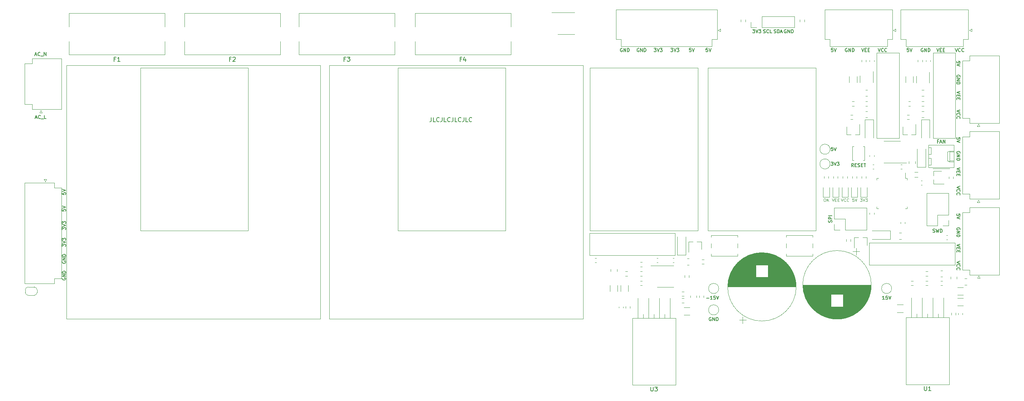
<source format=gbr>
%TF.GenerationSoftware,KiCad,Pcbnew,(6.0.0-0)*%
%TF.CreationDate,2022-01-15T16:46:19+01:00*%
%TF.ProjectId,Power-Supply-2,506f7765-722d-4537-9570-706c792d322e,1*%
%TF.SameCoordinates,Original*%
%TF.FileFunction,Legend,Top*%
%TF.FilePolarity,Positive*%
%FSLAX46Y46*%
G04 Gerber Fmt 4.6, Leading zero omitted, Abs format (unit mm)*
G04 Created by KiCad (PCBNEW (6.0.0-0)) date 2022-01-15 16:46:19*
%MOMM*%
%LPD*%
G01*
G04 APERTURE LIST*
%ADD10C,0.150000*%
%ADD11C,0.120000*%
G04 APERTURE END LIST*
D10*
X233686785Y-115881309D02*
X233801071Y-115919404D01*
X233991547Y-115919404D01*
X234067738Y-115881309D01*
X234105833Y-115843214D01*
X234143928Y-115767023D01*
X234143928Y-115690833D01*
X234105833Y-115614642D01*
X234067738Y-115576547D01*
X233991547Y-115538452D01*
X233839166Y-115500357D01*
X233762976Y-115462261D01*
X233724880Y-115424166D01*
X233686785Y-115347976D01*
X233686785Y-115271785D01*
X233724880Y-115195595D01*
X233762976Y-115157500D01*
X233839166Y-115119404D01*
X234029642Y-115119404D01*
X234143928Y-115157500D01*
X234410595Y-115119404D02*
X234601071Y-115919404D01*
X234753452Y-115347976D01*
X234905833Y-115919404D01*
X235096309Y-115119404D01*
X235401071Y-115919404D02*
X235401071Y-115119404D01*
X235591547Y-115119404D01*
X235705833Y-115157500D01*
X235782023Y-115233690D01*
X235820119Y-115309880D01*
X235858214Y-115462261D01*
X235858214Y-115576547D01*
X235820119Y-115728928D01*
X235782023Y-115805119D01*
X235705833Y-115881309D01*
X235591547Y-115919404D01*
X235401071Y-115919404D01*
X209696309Y-113519047D02*
X209734404Y-113404761D01*
X209734404Y-113214285D01*
X209696309Y-113138095D01*
X209658214Y-113100000D01*
X209582023Y-113061904D01*
X209505833Y-113061904D01*
X209429642Y-113100000D01*
X209391547Y-113138095D01*
X209353452Y-113214285D01*
X209315357Y-113366666D01*
X209277261Y-113442857D01*
X209239166Y-113480952D01*
X209162976Y-113519047D01*
X209086785Y-113519047D01*
X209010595Y-113480952D01*
X208972500Y-113442857D01*
X208934404Y-113366666D01*
X208934404Y-113176190D01*
X208972500Y-113061904D01*
X209734404Y-112719047D02*
X208934404Y-112719047D01*
X208934404Y-112414285D01*
X208972500Y-112338095D01*
X209010595Y-112300000D01*
X209086785Y-112261904D01*
X209201071Y-112261904D01*
X209277261Y-112300000D01*
X209315357Y-112338095D01*
X209353452Y-112414285D01*
X209353452Y-112719047D01*
X209734404Y-111919047D02*
X208934404Y-111919047D01*
X27550000Y-126759523D02*
X27511904Y-126835714D01*
X27511904Y-126950000D01*
X27550000Y-127064285D01*
X27626190Y-127140476D01*
X27702380Y-127178571D01*
X27854761Y-127216666D01*
X27969047Y-127216666D01*
X28121428Y-127178571D01*
X28197619Y-127140476D01*
X28273809Y-127064285D01*
X28311904Y-126950000D01*
X28311904Y-126873809D01*
X28273809Y-126759523D01*
X28235714Y-126721428D01*
X27969047Y-126721428D01*
X27969047Y-126873809D01*
X28311904Y-126378571D02*
X27511904Y-126378571D01*
X28311904Y-125921428D01*
X27511904Y-125921428D01*
X28311904Y-125540476D02*
X27511904Y-125540476D01*
X27511904Y-125350000D01*
X27550000Y-125235714D01*
X27626190Y-125159523D01*
X27702380Y-125121428D01*
X27854761Y-125083333D01*
X27969047Y-125083333D01*
X28121428Y-125121428D01*
X28197619Y-125159523D01*
X28273809Y-125235714D01*
X28311904Y-125350000D01*
X28311904Y-125540476D01*
X240087500Y-115265476D02*
X240125595Y-115189285D01*
X240125595Y-115075000D01*
X240087500Y-114960714D01*
X240011309Y-114884523D01*
X239935119Y-114846428D01*
X239782738Y-114808333D01*
X239668452Y-114808333D01*
X239516071Y-114846428D01*
X239439880Y-114884523D01*
X239363690Y-114960714D01*
X239325595Y-115075000D01*
X239325595Y-115151190D01*
X239363690Y-115265476D01*
X239401785Y-115303571D01*
X239668452Y-115303571D01*
X239668452Y-115151190D01*
X239325595Y-115646428D02*
X240125595Y-115646428D01*
X239325595Y-116103571D01*
X240125595Y-116103571D01*
X239325595Y-116484523D02*
X240125595Y-116484523D01*
X240125595Y-116675000D01*
X240087500Y-116789285D01*
X240011309Y-116865476D01*
X239935119Y-116903571D01*
X239782738Y-116941666D01*
X239668452Y-116941666D01*
X239516071Y-116903571D01*
X239439880Y-116865476D01*
X239363690Y-116789285D01*
X239325595Y-116675000D01*
X239325595Y-116484523D01*
X193547619Y-68573809D02*
X193661904Y-68611904D01*
X193852380Y-68611904D01*
X193928571Y-68573809D01*
X193966666Y-68535714D01*
X194004761Y-68459523D01*
X194004761Y-68383333D01*
X193966666Y-68307142D01*
X193928571Y-68269047D01*
X193852380Y-68230952D01*
X193700000Y-68192857D01*
X193623809Y-68154761D01*
X193585714Y-68116666D01*
X193547619Y-68040476D01*
X193547619Y-67964285D01*
X193585714Y-67888095D01*
X193623809Y-67850000D01*
X193700000Y-67811904D01*
X193890476Y-67811904D01*
X194004761Y-67850000D01*
X194804761Y-68535714D02*
X194766666Y-68573809D01*
X194652380Y-68611904D01*
X194576190Y-68611904D01*
X194461904Y-68573809D01*
X194385714Y-68497619D01*
X194347619Y-68421428D01*
X194309523Y-68269047D01*
X194309523Y-68154761D01*
X194347619Y-68002380D01*
X194385714Y-67926190D01*
X194461904Y-67850000D01*
X194576190Y-67811904D01*
X194652380Y-67811904D01*
X194766666Y-67850000D01*
X194804761Y-67888095D01*
X195528571Y-68611904D02*
X195147619Y-68611904D01*
X195147619Y-67811904D01*
X227952619Y-72256904D02*
X227571666Y-72256904D01*
X227533571Y-72637857D01*
X227571666Y-72599761D01*
X227647857Y-72561666D01*
X227838333Y-72561666D01*
X227914523Y-72599761D01*
X227952619Y-72637857D01*
X227990714Y-72714047D01*
X227990714Y-72904523D01*
X227952619Y-72980714D01*
X227914523Y-73018809D01*
X227838333Y-73056904D01*
X227647857Y-73056904D01*
X227571666Y-73018809D01*
X227533571Y-72980714D01*
X228219285Y-72256904D02*
X228485952Y-73056904D01*
X228752619Y-72256904D01*
X231305476Y-72295000D02*
X231229285Y-72256904D01*
X231115000Y-72256904D01*
X231000714Y-72295000D01*
X230924523Y-72371190D01*
X230886428Y-72447380D01*
X230848333Y-72599761D01*
X230848333Y-72714047D01*
X230886428Y-72866428D01*
X230924523Y-72942619D01*
X231000714Y-73018809D01*
X231115000Y-73056904D01*
X231191190Y-73056904D01*
X231305476Y-73018809D01*
X231343571Y-72980714D01*
X231343571Y-72714047D01*
X231191190Y-72714047D01*
X231686428Y-73056904D02*
X231686428Y-72256904D01*
X232143571Y-73056904D01*
X232143571Y-72256904D01*
X232524523Y-73056904D02*
X232524523Y-72256904D01*
X232715000Y-72256904D01*
X232829285Y-72295000D01*
X232905476Y-72371190D01*
X232943571Y-72447380D01*
X232981666Y-72599761D01*
X232981666Y-72714047D01*
X232943571Y-72866428D01*
X232905476Y-72942619D01*
X232829285Y-73018809D01*
X232715000Y-73056904D01*
X232524523Y-73056904D01*
X114900952Y-88657380D02*
X114900952Y-89371666D01*
X114853333Y-89514523D01*
X114758095Y-89609761D01*
X114615238Y-89657380D01*
X114520000Y-89657380D01*
X115853333Y-89657380D02*
X115377142Y-89657380D01*
X115377142Y-88657380D01*
X116758095Y-89562142D02*
X116710476Y-89609761D01*
X116567619Y-89657380D01*
X116472380Y-89657380D01*
X116329523Y-89609761D01*
X116234285Y-89514523D01*
X116186666Y-89419285D01*
X116139047Y-89228809D01*
X116139047Y-89085952D01*
X116186666Y-88895476D01*
X116234285Y-88800238D01*
X116329523Y-88705000D01*
X116472380Y-88657380D01*
X116567619Y-88657380D01*
X116710476Y-88705000D01*
X116758095Y-88752619D01*
X117472380Y-88657380D02*
X117472380Y-89371666D01*
X117424761Y-89514523D01*
X117329523Y-89609761D01*
X117186666Y-89657380D01*
X117091428Y-89657380D01*
X118424761Y-89657380D02*
X117948571Y-89657380D01*
X117948571Y-88657380D01*
X119329523Y-89562142D02*
X119281904Y-89609761D01*
X119139047Y-89657380D01*
X119043809Y-89657380D01*
X118900952Y-89609761D01*
X118805714Y-89514523D01*
X118758095Y-89419285D01*
X118710476Y-89228809D01*
X118710476Y-89085952D01*
X118758095Y-88895476D01*
X118805714Y-88800238D01*
X118900952Y-88705000D01*
X119043809Y-88657380D01*
X119139047Y-88657380D01*
X119281904Y-88705000D01*
X119329523Y-88752619D01*
X120043809Y-88657380D02*
X120043809Y-89371666D01*
X119996190Y-89514523D01*
X119900952Y-89609761D01*
X119758095Y-89657380D01*
X119662857Y-89657380D01*
X120996190Y-89657380D02*
X120520000Y-89657380D01*
X120520000Y-88657380D01*
X121900952Y-89562142D02*
X121853333Y-89609761D01*
X121710476Y-89657380D01*
X121615238Y-89657380D01*
X121472380Y-89609761D01*
X121377142Y-89514523D01*
X121329523Y-89419285D01*
X121281904Y-89228809D01*
X121281904Y-89085952D01*
X121329523Y-88895476D01*
X121377142Y-88800238D01*
X121472380Y-88705000D01*
X121615238Y-88657380D01*
X121710476Y-88657380D01*
X121853333Y-88705000D01*
X121900952Y-88752619D01*
X122615238Y-88657380D02*
X122615238Y-89371666D01*
X122567619Y-89514523D01*
X122472380Y-89609761D01*
X122329523Y-89657380D01*
X122234285Y-89657380D01*
X123567619Y-89657380D02*
X123091428Y-89657380D01*
X123091428Y-88657380D01*
X124472380Y-89562142D02*
X124424761Y-89609761D01*
X124281904Y-89657380D01*
X124186666Y-89657380D01*
X124043809Y-89609761D01*
X123948571Y-89514523D01*
X123900952Y-89419285D01*
X123853333Y-89228809D01*
X123853333Y-89085952D01*
X123900952Y-88895476D01*
X123948571Y-88800238D01*
X124043809Y-88705000D01*
X124186666Y-88657380D01*
X124281904Y-88657380D01*
X124424761Y-88705000D01*
X124472380Y-88752619D01*
X238938333Y-72256904D02*
X239205000Y-73056904D01*
X239471666Y-72256904D01*
X240195476Y-72980714D02*
X240157380Y-73018809D01*
X240043095Y-73056904D01*
X239966904Y-73056904D01*
X239852619Y-73018809D01*
X239776428Y-72942619D01*
X239738333Y-72866428D01*
X239700238Y-72714047D01*
X239700238Y-72599761D01*
X239738333Y-72447380D01*
X239776428Y-72371190D01*
X239852619Y-72295000D01*
X239966904Y-72256904D01*
X240043095Y-72256904D01*
X240157380Y-72295000D01*
X240195476Y-72333095D01*
X240995476Y-72980714D02*
X240957380Y-73018809D01*
X240843095Y-73056904D01*
X240766904Y-73056904D01*
X240652619Y-73018809D01*
X240576428Y-72942619D01*
X240538333Y-72866428D01*
X240500238Y-72714047D01*
X240500238Y-72599761D01*
X240538333Y-72447380D01*
X240576428Y-72371190D01*
X240652619Y-72295000D01*
X240766904Y-72256904D01*
X240843095Y-72256904D01*
X240957380Y-72295000D01*
X240995476Y-72333095D01*
X171589523Y-72256904D02*
X172084761Y-72256904D01*
X171818095Y-72561666D01*
X171932380Y-72561666D01*
X172008571Y-72599761D01*
X172046666Y-72637857D01*
X172084761Y-72714047D01*
X172084761Y-72904523D01*
X172046666Y-72980714D01*
X172008571Y-73018809D01*
X171932380Y-73056904D01*
X171703809Y-73056904D01*
X171627619Y-73018809D01*
X171589523Y-72980714D01*
X172313333Y-72256904D02*
X172580000Y-73056904D01*
X172846666Y-72256904D01*
X173037142Y-72256904D02*
X173532380Y-72256904D01*
X173265714Y-72561666D01*
X173380000Y-72561666D01*
X173456190Y-72599761D01*
X173494285Y-72637857D01*
X173532380Y-72714047D01*
X173532380Y-72904523D01*
X173494285Y-72980714D01*
X173456190Y-73018809D01*
X173380000Y-73056904D01*
X173151428Y-73056904D01*
X173075238Y-73018809D01*
X173037142Y-72980714D01*
X198920476Y-67850000D02*
X198844285Y-67811904D01*
X198730000Y-67811904D01*
X198615714Y-67850000D01*
X198539523Y-67926190D01*
X198501428Y-68002380D01*
X198463333Y-68154761D01*
X198463333Y-68269047D01*
X198501428Y-68421428D01*
X198539523Y-68497619D01*
X198615714Y-68573809D01*
X198730000Y-68611904D01*
X198806190Y-68611904D01*
X198920476Y-68573809D01*
X198958571Y-68535714D01*
X198958571Y-68269047D01*
X198806190Y-68269047D01*
X199301428Y-68611904D02*
X199301428Y-67811904D01*
X199758571Y-68611904D01*
X199758571Y-67811904D01*
X200139523Y-68611904D02*
X200139523Y-67811904D01*
X200330000Y-67811904D01*
X200444285Y-67850000D01*
X200520476Y-67926190D01*
X200558571Y-68002380D01*
X200596666Y-68154761D01*
X200596666Y-68269047D01*
X200558571Y-68421428D01*
X200520476Y-68497619D01*
X200444285Y-68573809D01*
X200330000Y-68611904D01*
X200139523Y-68611904D01*
X210007619Y-72256904D02*
X209626666Y-72256904D01*
X209588571Y-72637857D01*
X209626666Y-72599761D01*
X209702857Y-72561666D01*
X209893333Y-72561666D01*
X209969523Y-72599761D01*
X210007619Y-72637857D01*
X210045714Y-72714047D01*
X210045714Y-72904523D01*
X210007619Y-72980714D01*
X209969523Y-73018809D01*
X209893333Y-73056904D01*
X209702857Y-73056904D01*
X209626666Y-73018809D01*
X209588571Y-72980714D01*
X210274285Y-72256904D02*
X210540952Y-73056904D01*
X210807619Y-72256904D01*
D11*
X211931666Y-107871666D02*
X212165000Y-108571666D01*
X212398333Y-107871666D01*
X213031666Y-108505000D02*
X212998333Y-108538333D01*
X212898333Y-108571666D01*
X212831666Y-108571666D01*
X212731666Y-108538333D01*
X212665000Y-108471666D01*
X212631666Y-108405000D01*
X212598333Y-108271666D01*
X212598333Y-108171666D01*
X212631666Y-108038333D01*
X212665000Y-107971666D01*
X212731666Y-107905000D01*
X212831666Y-107871666D01*
X212898333Y-107871666D01*
X212998333Y-107905000D01*
X213031666Y-107938333D01*
X213731666Y-108505000D02*
X213698333Y-108538333D01*
X213598333Y-108571666D01*
X213531666Y-108571666D01*
X213431666Y-108538333D01*
X213365000Y-108471666D01*
X213331666Y-108405000D01*
X213298333Y-108271666D01*
X213298333Y-108171666D01*
X213331666Y-108038333D01*
X213365000Y-107971666D01*
X213431666Y-107905000D01*
X213531666Y-107871666D01*
X213598333Y-107871666D01*
X213698333Y-107905000D01*
X213731666Y-107938333D01*
D10*
X176387619Y-72256904D02*
X176006666Y-72256904D01*
X175968571Y-72637857D01*
X176006666Y-72599761D01*
X176082857Y-72561666D01*
X176273333Y-72561666D01*
X176349523Y-72599761D01*
X176387619Y-72637857D01*
X176425714Y-72714047D01*
X176425714Y-72904523D01*
X176387619Y-72980714D01*
X176349523Y-73018809D01*
X176273333Y-73056904D01*
X176082857Y-73056904D01*
X176006666Y-73018809D01*
X175968571Y-72980714D01*
X176654285Y-72256904D02*
X176920952Y-73056904D01*
X177187619Y-72256904D01*
X27511904Y-115260476D02*
X27511904Y-114765238D01*
X27816666Y-115031904D01*
X27816666Y-114917619D01*
X27854761Y-114841428D01*
X27892857Y-114803333D01*
X27969047Y-114765238D01*
X28159523Y-114765238D01*
X28235714Y-114803333D01*
X28273809Y-114841428D01*
X28311904Y-114917619D01*
X28311904Y-115146190D01*
X28273809Y-115222380D01*
X28235714Y-115260476D01*
X27511904Y-114536666D02*
X28311904Y-114270000D01*
X27511904Y-114003333D01*
X27511904Y-113812857D02*
X27511904Y-113317619D01*
X27816666Y-113584285D01*
X27816666Y-113470000D01*
X27854761Y-113393809D01*
X27892857Y-113355714D01*
X27969047Y-113317619D01*
X28159523Y-113317619D01*
X28235714Y-113355714D01*
X28273809Y-113393809D01*
X28311904Y-113470000D01*
X28311904Y-113698571D01*
X28273809Y-113774761D01*
X28235714Y-113812857D01*
X214876071Y-100361904D02*
X214609404Y-99980952D01*
X214418928Y-100361904D02*
X214418928Y-99561904D01*
X214723690Y-99561904D01*
X214799880Y-99600000D01*
X214837976Y-99638095D01*
X214876071Y-99714285D01*
X214876071Y-99828571D01*
X214837976Y-99904761D01*
X214799880Y-99942857D01*
X214723690Y-99980952D01*
X214418928Y-99980952D01*
X215218928Y-99942857D02*
X215485595Y-99942857D01*
X215599880Y-100361904D02*
X215218928Y-100361904D01*
X215218928Y-99561904D01*
X215599880Y-99561904D01*
X215904642Y-100323809D02*
X216018928Y-100361904D01*
X216209404Y-100361904D01*
X216285595Y-100323809D01*
X216323690Y-100285714D01*
X216361785Y-100209523D01*
X216361785Y-100133333D01*
X216323690Y-100057142D01*
X216285595Y-100019047D01*
X216209404Y-99980952D01*
X216057023Y-99942857D01*
X215980833Y-99904761D01*
X215942738Y-99866666D01*
X215904642Y-99790476D01*
X215904642Y-99714285D01*
X215942738Y-99638095D01*
X215980833Y-99600000D01*
X216057023Y-99561904D01*
X216247500Y-99561904D01*
X216361785Y-99600000D01*
X216704642Y-99942857D02*
X216971309Y-99942857D01*
X217085595Y-100361904D02*
X216704642Y-100361904D01*
X216704642Y-99561904D01*
X217085595Y-99561904D01*
X217314166Y-99561904D02*
X217771309Y-99561904D01*
X217542738Y-100361904D02*
X217542738Y-99561904D01*
X21145952Y-88703333D02*
X21526904Y-88703333D01*
X21069761Y-88931904D02*
X21336428Y-88131904D01*
X21603095Y-88931904D01*
X22326904Y-88855714D02*
X22288809Y-88893809D01*
X22174523Y-88931904D01*
X22098333Y-88931904D01*
X21984047Y-88893809D01*
X21907857Y-88817619D01*
X21869761Y-88741428D01*
X21831666Y-88589047D01*
X21831666Y-88474761D01*
X21869761Y-88322380D01*
X21907857Y-88246190D01*
X21984047Y-88170000D01*
X22098333Y-88131904D01*
X22174523Y-88131904D01*
X22288809Y-88170000D01*
X22326904Y-88208095D01*
X22479285Y-89008095D02*
X23088809Y-89008095D01*
X23660238Y-88931904D02*
X23279285Y-88931904D01*
X23279285Y-88131904D01*
D11*
X216443333Y-107871666D02*
X216876666Y-107871666D01*
X216643333Y-108138333D01*
X216743333Y-108138333D01*
X216810000Y-108171666D01*
X216843333Y-108205000D01*
X216876666Y-108271666D01*
X216876666Y-108438333D01*
X216843333Y-108505000D01*
X216810000Y-108538333D01*
X216743333Y-108571666D01*
X216543333Y-108571666D01*
X216476666Y-108538333D01*
X216443333Y-108505000D01*
X217076666Y-107871666D02*
X217310000Y-108571666D01*
X217543333Y-107871666D01*
X217710000Y-107871666D02*
X218143333Y-107871666D01*
X217910000Y-108138333D01*
X218010000Y-108138333D01*
X218076666Y-108171666D01*
X218110000Y-108205000D01*
X218143333Y-108271666D01*
X218143333Y-108438333D01*
X218110000Y-108505000D01*
X218076666Y-108538333D01*
X218010000Y-108571666D01*
X217810000Y-108571666D01*
X217743333Y-108538333D01*
X217710000Y-108505000D01*
D10*
X240125595Y-122745833D02*
X239325595Y-123012500D01*
X240125595Y-123279166D01*
X239401785Y-124002976D02*
X239363690Y-123964880D01*
X239325595Y-123850595D01*
X239325595Y-123774404D01*
X239363690Y-123660119D01*
X239439880Y-123583928D01*
X239516071Y-123545833D01*
X239668452Y-123507738D01*
X239782738Y-123507738D01*
X239935119Y-123545833D01*
X240011309Y-123583928D01*
X240087500Y-123660119D01*
X240125595Y-123774404D01*
X240125595Y-123850595D01*
X240087500Y-123964880D01*
X240049404Y-124002976D01*
X239401785Y-124802976D02*
X239363690Y-124764880D01*
X239325595Y-124650595D01*
X239325595Y-124574404D01*
X239363690Y-124460119D01*
X239439880Y-124383928D01*
X239516071Y-124345833D01*
X239668452Y-124307738D01*
X239782738Y-124307738D01*
X239935119Y-124345833D01*
X240011309Y-124383928D01*
X240087500Y-124460119D01*
X240125595Y-124574404D01*
X240125595Y-124650595D01*
X240087500Y-124764880D01*
X240049404Y-124802976D01*
X191009523Y-67811904D02*
X191504761Y-67811904D01*
X191238095Y-68116666D01*
X191352380Y-68116666D01*
X191428571Y-68154761D01*
X191466666Y-68192857D01*
X191504761Y-68269047D01*
X191504761Y-68459523D01*
X191466666Y-68535714D01*
X191428571Y-68573809D01*
X191352380Y-68611904D01*
X191123809Y-68611904D01*
X191047619Y-68573809D01*
X191009523Y-68535714D01*
X191733333Y-67811904D02*
X192000000Y-68611904D01*
X192266666Y-67811904D01*
X192457142Y-67811904D02*
X192952380Y-67811904D01*
X192685714Y-68116666D01*
X192800000Y-68116666D01*
X192876190Y-68154761D01*
X192914285Y-68192857D01*
X192952380Y-68269047D01*
X192952380Y-68459523D01*
X192914285Y-68535714D01*
X192876190Y-68573809D01*
X192800000Y-68611904D01*
X192571428Y-68611904D01*
X192495238Y-68573809D01*
X192457142Y-68535714D01*
X27550000Y-122799523D02*
X27511904Y-122875714D01*
X27511904Y-122990000D01*
X27550000Y-123104285D01*
X27626190Y-123180476D01*
X27702380Y-123218571D01*
X27854761Y-123256666D01*
X27969047Y-123256666D01*
X28121428Y-123218571D01*
X28197619Y-123180476D01*
X28273809Y-123104285D01*
X28311904Y-122990000D01*
X28311904Y-122913809D01*
X28273809Y-122799523D01*
X28235714Y-122761428D01*
X27969047Y-122761428D01*
X27969047Y-122913809D01*
X28311904Y-122418571D02*
X27511904Y-122418571D01*
X28311904Y-121961428D01*
X27511904Y-121961428D01*
X28311904Y-121580476D02*
X27511904Y-121580476D01*
X27511904Y-121390000D01*
X27550000Y-121275714D01*
X27626190Y-121199523D01*
X27702380Y-121161428D01*
X27854761Y-121123333D01*
X27969047Y-121123333D01*
X28121428Y-121161428D01*
X28197619Y-121199523D01*
X28273809Y-121275714D01*
X28311904Y-121390000D01*
X28311904Y-121580476D01*
D11*
X214954166Y-107871666D02*
X214620833Y-107871666D01*
X214587500Y-108205000D01*
X214620833Y-108171666D01*
X214687500Y-108138333D01*
X214854166Y-108138333D01*
X214920833Y-108171666D01*
X214954166Y-108205000D01*
X214987500Y-108271666D01*
X214987500Y-108438333D01*
X214954166Y-108505000D01*
X214920833Y-108538333D01*
X214854166Y-108571666D01*
X214687500Y-108571666D01*
X214620833Y-108538333D01*
X214587500Y-108505000D01*
X215187500Y-107871666D02*
X215420833Y-108571666D01*
X215654166Y-107871666D01*
D10*
X160090476Y-72295000D02*
X160014285Y-72256904D01*
X159900000Y-72256904D01*
X159785714Y-72295000D01*
X159709523Y-72371190D01*
X159671428Y-72447380D01*
X159633333Y-72599761D01*
X159633333Y-72714047D01*
X159671428Y-72866428D01*
X159709523Y-72942619D01*
X159785714Y-73018809D01*
X159900000Y-73056904D01*
X159976190Y-73056904D01*
X160090476Y-73018809D01*
X160128571Y-72980714D01*
X160128571Y-72714047D01*
X159976190Y-72714047D01*
X160471428Y-73056904D02*
X160471428Y-72256904D01*
X160928571Y-73056904D01*
X160928571Y-72256904D01*
X161309523Y-73056904D02*
X161309523Y-72256904D01*
X161500000Y-72256904D01*
X161614285Y-72295000D01*
X161690476Y-72371190D01*
X161728571Y-72447380D01*
X161766666Y-72599761D01*
X161766666Y-72714047D01*
X161728571Y-72866428D01*
X161690476Y-72942619D01*
X161614285Y-73018809D01*
X161500000Y-73056904D01*
X161309523Y-73056904D01*
X240125595Y-93815119D02*
X240125595Y-93434166D01*
X239744642Y-93396071D01*
X239782738Y-93434166D01*
X239820833Y-93510357D01*
X239820833Y-93700833D01*
X239782738Y-93777023D01*
X239744642Y-93815119D01*
X239668452Y-93853214D01*
X239477976Y-93853214D01*
X239401785Y-93815119D01*
X239363690Y-93777023D01*
X239325595Y-93700833D01*
X239325595Y-93510357D01*
X239363690Y-93434166D01*
X239401785Y-93396071D01*
X240125595Y-94081785D02*
X239325595Y-94348452D01*
X240125595Y-94615119D01*
X240087500Y-79070476D02*
X240125595Y-78994285D01*
X240125595Y-78880000D01*
X240087500Y-78765714D01*
X240011309Y-78689523D01*
X239935119Y-78651428D01*
X239782738Y-78613333D01*
X239668452Y-78613333D01*
X239516071Y-78651428D01*
X239439880Y-78689523D01*
X239363690Y-78765714D01*
X239325595Y-78880000D01*
X239325595Y-78956190D01*
X239363690Y-79070476D01*
X239401785Y-79108571D01*
X239668452Y-79108571D01*
X239668452Y-78956190D01*
X239325595Y-79451428D02*
X240125595Y-79451428D01*
X239325595Y-79908571D01*
X240125595Y-79908571D01*
X239325595Y-80289523D02*
X240125595Y-80289523D01*
X240125595Y-80480000D01*
X240087500Y-80594285D01*
X240011309Y-80670476D01*
X239935119Y-80708571D01*
X239782738Y-80746666D01*
X239668452Y-80746666D01*
X239516071Y-80708571D01*
X239439880Y-80670476D01*
X239363690Y-80594285D01*
X239325595Y-80480000D01*
X239325595Y-80289523D01*
X196028571Y-68573809D02*
X196142857Y-68611904D01*
X196333333Y-68611904D01*
X196409523Y-68573809D01*
X196447619Y-68535714D01*
X196485714Y-68459523D01*
X196485714Y-68383333D01*
X196447619Y-68307142D01*
X196409523Y-68269047D01*
X196333333Y-68230952D01*
X196180952Y-68192857D01*
X196104761Y-68154761D01*
X196066666Y-68116666D01*
X196028571Y-68040476D01*
X196028571Y-67964285D01*
X196066666Y-67888095D01*
X196104761Y-67850000D01*
X196180952Y-67811904D01*
X196371428Y-67811904D01*
X196485714Y-67850000D01*
X196828571Y-68611904D02*
X196828571Y-67811904D01*
X197019047Y-67811904D01*
X197133333Y-67850000D01*
X197209523Y-67926190D01*
X197247619Y-68002380D01*
X197285714Y-68154761D01*
X197285714Y-68269047D01*
X197247619Y-68421428D01*
X197209523Y-68497619D01*
X197133333Y-68573809D01*
X197019047Y-68611904D01*
X196828571Y-68611904D01*
X197590476Y-68383333D02*
X197971428Y-68383333D01*
X197514285Y-68611904D02*
X197780952Y-67811904D01*
X198047619Y-68611904D01*
X240125595Y-86868333D02*
X239325595Y-87135000D01*
X240125595Y-87401666D01*
X239401785Y-88125476D02*
X239363690Y-88087380D01*
X239325595Y-87973095D01*
X239325595Y-87896904D01*
X239363690Y-87782619D01*
X239439880Y-87706428D01*
X239516071Y-87668333D01*
X239668452Y-87630238D01*
X239782738Y-87630238D01*
X239935119Y-87668333D01*
X240011309Y-87706428D01*
X240087500Y-87782619D01*
X240125595Y-87896904D01*
X240125595Y-87973095D01*
X240087500Y-88087380D01*
X240049404Y-88125476D01*
X239401785Y-88925476D02*
X239363690Y-88887380D01*
X239325595Y-88773095D01*
X239325595Y-88696904D01*
X239363690Y-88582619D01*
X239439880Y-88506428D01*
X239516071Y-88468333D01*
X239668452Y-88430238D01*
X239782738Y-88430238D01*
X239935119Y-88468333D01*
X240011309Y-88506428D01*
X240087500Y-88582619D01*
X240125595Y-88696904D01*
X240125595Y-88773095D01*
X240087500Y-88887380D01*
X240049404Y-88925476D01*
X21050714Y-73780833D02*
X21431666Y-73780833D01*
X20974523Y-74009404D02*
X21241190Y-73209404D01*
X21507857Y-74009404D01*
X22231666Y-73933214D02*
X22193571Y-73971309D01*
X22079285Y-74009404D01*
X22003095Y-74009404D01*
X21888809Y-73971309D01*
X21812619Y-73895119D01*
X21774523Y-73818928D01*
X21736428Y-73666547D01*
X21736428Y-73552261D01*
X21774523Y-73399880D01*
X21812619Y-73323690D01*
X21888809Y-73247500D01*
X22003095Y-73209404D01*
X22079285Y-73209404D01*
X22193571Y-73247500D01*
X22231666Y-73285595D01*
X22384047Y-74085595D02*
X22993571Y-74085595D01*
X23184047Y-74009404D02*
X23184047Y-73209404D01*
X23641190Y-74009404D01*
X23641190Y-73209404D01*
X222212261Y-131794404D02*
X221755119Y-131794404D01*
X221983690Y-131794404D02*
X221983690Y-130994404D01*
X221907500Y-131108690D01*
X221831309Y-131184880D01*
X221755119Y-131222976D01*
X222936071Y-130994404D02*
X222555119Y-130994404D01*
X222517023Y-131375357D01*
X222555119Y-131337261D01*
X222631309Y-131299166D01*
X222821785Y-131299166D01*
X222897976Y-131337261D01*
X222936071Y-131375357D01*
X222974166Y-131451547D01*
X222974166Y-131642023D01*
X222936071Y-131718214D01*
X222897976Y-131756309D01*
X222821785Y-131794404D01*
X222631309Y-131794404D01*
X222555119Y-131756309D01*
X222517023Y-131718214D01*
X223202738Y-130994404D02*
X223469404Y-131794404D01*
X223736071Y-130994404D01*
X240125595Y-75717619D02*
X240125595Y-75336666D01*
X239744642Y-75298571D01*
X239782738Y-75336666D01*
X239820833Y-75412857D01*
X239820833Y-75603333D01*
X239782738Y-75679523D01*
X239744642Y-75717619D01*
X239668452Y-75755714D01*
X239477976Y-75755714D01*
X239401785Y-75717619D01*
X239363690Y-75679523D01*
X239325595Y-75603333D01*
X239325595Y-75412857D01*
X239363690Y-75336666D01*
X239401785Y-75298571D01*
X240125595Y-75984285D02*
X239325595Y-76250952D01*
X240125595Y-76517619D01*
X240125595Y-82499523D02*
X239325595Y-82766190D01*
X240125595Y-83032857D01*
X239744642Y-83299523D02*
X239744642Y-83566190D01*
X239325595Y-83680476D02*
X239325595Y-83299523D01*
X240125595Y-83299523D01*
X240125595Y-83680476D01*
X239744642Y-84023333D02*
X239744642Y-84290000D01*
X239325595Y-84404285D02*
X239325595Y-84023333D01*
X240125595Y-84023333D01*
X240125595Y-84404285D01*
X220688333Y-72256904D02*
X220955000Y-73056904D01*
X221221666Y-72256904D01*
X221945476Y-72980714D02*
X221907380Y-73018809D01*
X221793095Y-73056904D01*
X221716904Y-73056904D01*
X221602619Y-73018809D01*
X221526428Y-72942619D01*
X221488333Y-72866428D01*
X221450238Y-72714047D01*
X221450238Y-72599761D01*
X221488333Y-72447380D01*
X221526428Y-72371190D01*
X221602619Y-72295000D01*
X221716904Y-72256904D01*
X221793095Y-72256904D01*
X221907380Y-72295000D01*
X221945476Y-72333095D01*
X222745476Y-72980714D02*
X222707380Y-73018809D01*
X222593095Y-73056904D01*
X222516904Y-73056904D01*
X222402619Y-73018809D01*
X222326428Y-72942619D01*
X222288333Y-72866428D01*
X222250238Y-72714047D01*
X222250238Y-72599761D01*
X222288333Y-72447380D01*
X222326428Y-72371190D01*
X222402619Y-72295000D01*
X222516904Y-72256904D01*
X222593095Y-72256904D01*
X222707380Y-72295000D01*
X222745476Y-72333095D01*
X180347619Y-72256904D02*
X179966666Y-72256904D01*
X179928571Y-72637857D01*
X179966666Y-72599761D01*
X180042857Y-72561666D01*
X180233333Y-72561666D01*
X180309523Y-72599761D01*
X180347619Y-72637857D01*
X180385714Y-72714047D01*
X180385714Y-72904523D01*
X180347619Y-72980714D01*
X180309523Y-73018809D01*
X180233333Y-73056904D01*
X180042857Y-73056904D01*
X179966666Y-73018809D01*
X179928571Y-72980714D01*
X180614285Y-72256904D02*
X180880952Y-73056904D01*
X181147619Y-72256904D01*
X164050476Y-72295000D02*
X163974285Y-72256904D01*
X163860000Y-72256904D01*
X163745714Y-72295000D01*
X163669523Y-72371190D01*
X163631428Y-72447380D01*
X163593333Y-72599761D01*
X163593333Y-72714047D01*
X163631428Y-72866428D01*
X163669523Y-72942619D01*
X163745714Y-73018809D01*
X163860000Y-73056904D01*
X163936190Y-73056904D01*
X164050476Y-73018809D01*
X164088571Y-72980714D01*
X164088571Y-72714047D01*
X163936190Y-72714047D01*
X164431428Y-73056904D02*
X164431428Y-72256904D01*
X164888571Y-73056904D01*
X164888571Y-72256904D01*
X165269523Y-73056904D02*
X165269523Y-72256904D01*
X165460000Y-72256904D01*
X165574285Y-72295000D01*
X165650476Y-72371190D01*
X165688571Y-72447380D01*
X165726666Y-72599761D01*
X165726666Y-72714047D01*
X165688571Y-72866428D01*
X165650476Y-72942619D01*
X165574285Y-73018809D01*
X165460000Y-73056904D01*
X165269523Y-73056904D01*
X234979880Y-94305357D02*
X234713214Y-94305357D01*
X234713214Y-94724404D02*
X234713214Y-93924404D01*
X235094166Y-93924404D01*
X235360833Y-94495833D02*
X235741785Y-94495833D01*
X235284642Y-94724404D02*
X235551309Y-93924404D01*
X235817976Y-94724404D01*
X236084642Y-94724404D02*
X236084642Y-93924404D01*
X236541785Y-94724404D01*
X236541785Y-93924404D01*
X180022976Y-131489642D02*
X180632500Y-131489642D01*
X181432500Y-131794404D02*
X180975357Y-131794404D01*
X181203928Y-131794404D02*
X181203928Y-130994404D01*
X181127738Y-131108690D01*
X181051547Y-131184880D01*
X180975357Y-131222976D01*
X182156309Y-130994404D02*
X181775357Y-130994404D01*
X181737261Y-131375357D01*
X181775357Y-131337261D01*
X181851547Y-131299166D01*
X182042023Y-131299166D01*
X182118214Y-131337261D01*
X182156309Y-131375357D01*
X182194404Y-131451547D01*
X182194404Y-131642023D01*
X182156309Y-131718214D01*
X182118214Y-131756309D01*
X182042023Y-131794404D01*
X181851547Y-131794404D01*
X181775357Y-131756309D01*
X181737261Y-131718214D01*
X182422976Y-130994404D02*
X182689642Y-131794404D01*
X182956309Y-130994404D01*
X240125595Y-111912619D02*
X240125595Y-111531666D01*
X239744642Y-111493571D01*
X239782738Y-111531666D01*
X239820833Y-111607857D01*
X239820833Y-111798333D01*
X239782738Y-111874523D01*
X239744642Y-111912619D01*
X239668452Y-111950714D01*
X239477976Y-111950714D01*
X239401785Y-111912619D01*
X239363690Y-111874523D01*
X239325595Y-111798333D01*
X239325595Y-111607857D01*
X239363690Y-111531666D01*
X239401785Y-111493571D01*
X240125595Y-112179285D02*
X239325595Y-112445952D01*
X240125595Y-112712619D01*
X27511904Y-106502380D02*
X27511904Y-106883333D01*
X27892857Y-106921428D01*
X27854761Y-106883333D01*
X27816666Y-106807142D01*
X27816666Y-106616666D01*
X27854761Y-106540476D01*
X27892857Y-106502380D01*
X27969047Y-106464285D01*
X28159523Y-106464285D01*
X28235714Y-106502380D01*
X28273809Y-106540476D01*
X28311904Y-106616666D01*
X28311904Y-106807142D01*
X28273809Y-106883333D01*
X28235714Y-106921428D01*
X27511904Y-106235714D02*
X28311904Y-105969047D01*
X27511904Y-105702380D01*
X181140476Y-136112500D02*
X181064285Y-136074404D01*
X180950000Y-136074404D01*
X180835714Y-136112500D01*
X180759523Y-136188690D01*
X180721428Y-136264880D01*
X180683333Y-136417261D01*
X180683333Y-136531547D01*
X180721428Y-136683928D01*
X180759523Y-136760119D01*
X180835714Y-136836309D01*
X180950000Y-136874404D01*
X181026190Y-136874404D01*
X181140476Y-136836309D01*
X181178571Y-136798214D01*
X181178571Y-136531547D01*
X181026190Y-136531547D01*
X181521428Y-136874404D02*
X181521428Y-136074404D01*
X181978571Y-136874404D01*
X181978571Y-136074404D01*
X182359523Y-136874404D02*
X182359523Y-136074404D01*
X182550000Y-136074404D01*
X182664285Y-136112500D01*
X182740476Y-136188690D01*
X182778571Y-136264880D01*
X182816666Y-136417261D01*
X182816666Y-136531547D01*
X182778571Y-136683928D01*
X182740476Y-136760119D01*
X182664285Y-136836309D01*
X182550000Y-136874404D01*
X182359523Y-136874404D01*
X209971428Y-95751904D02*
X209590476Y-95751904D01*
X209552380Y-96132857D01*
X209590476Y-96094761D01*
X209666666Y-96056666D01*
X209857142Y-96056666D01*
X209933333Y-96094761D01*
X209971428Y-96132857D01*
X210009523Y-96209047D01*
X210009523Y-96399523D01*
X209971428Y-96475714D01*
X209933333Y-96513809D01*
X209857142Y-96551904D01*
X209666666Y-96551904D01*
X209590476Y-96513809D01*
X209552380Y-96475714D01*
X210238095Y-95751904D02*
X210504761Y-96551904D01*
X210771428Y-95751904D01*
D11*
X208003333Y-107871666D02*
X208136666Y-107871666D01*
X208203333Y-107905000D01*
X208270000Y-107971666D01*
X208303333Y-108105000D01*
X208303333Y-108338333D01*
X208270000Y-108471666D01*
X208203333Y-108538333D01*
X208136666Y-108571666D01*
X208003333Y-108571666D01*
X207936666Y-108538333D01*
X207870000Y-108471666D01*
X207836666Y-108338333D01*
X207836666Y-108105000D01*
X207870000Y-107971666D01*
X207936666Y-107905000D01*
X208003333Y-107871666D01*
X208603333Y-108571666D02*
X208603333Y-107871666D01*
X209003333Y-108571666D02*
X208703333Y-108171666D01*
X209003333Y-107871666D02*
X208603333Y-108271666D01*
D10*
X240087500Y-97167976D02*
X240125595Y-97091785D01*
X240125595Y-96977500D01*
X240087500Y-96863214D01*
X240011309Y-96787023D01*
X239935119Y-96748928D01*
X239782738Y-96710833D01*
X239668452Y-96710833D01*
X239516071Y-96748928D01*
X239439880Y-96787023D01*
X239363690Y-96863214D01*
X239325595Y-96977500D01*
X239325595Y-97053690D01*
X239363690Y-97167976D01*
X239401785Y-97206071D01*
X239668452Y-97206071D01*
X239668452Y-97053690D01*
X239325595Y-97548928D02*
X240125595Y-97548928D01*
X239325595Y-98006071D01*
X240125595Y-98006071D01*
X239325595Y-98387023D02*
X240125595Y-98387023D01*
X240125595Y-98577500D01*
X240087500Y-98691785D01*
X240011309Y-98767976D01*
X239935119Y-98806071D01*
X239782738Y-98844166D01*
X239668452Y-98844166D01*
X239516071Y-98806071D01*
X239439880Y-98767976D01*
X239363690Y-98691785D01*
X239325595Y-98577500D01*
X239325595Y-98387023D01*
X240125595Y-104965833D02*
X239325595Y-105232500D01*
X240125595Y-105499166D01*
X239401785Y-106222976D02*
X239363690Y-106184880D01*
X239325595Y-106070595D01*
X239325595Y-105994404D01*
X239363690Y-105880119D01*
X239439880Y-105803928D01*
X239516071Y-105765833D01*
X239668452Y-105727738D01*
X239782738Y-105727738D01*
X239935119Y-105765833D01*
X240011309Y-105803928D01*
X240087500Y-105880119D01*
X240125595Y-105994404D01*
X240125595Y-106070595D01*
X240087500Y-106184880D01*
X240049404Y-106222976D01*
X239401785Y-107022976D02*
X239363690Y-106984880D01*
X239325595Y-106870595D01*
X239325595Y-106794404D01*
X239363690Y-106680119D01*
X239439880Y-106603928D01*
X239516071Y-106565833D01*
X239668452Y-106527738D01*
X239782738Y-106527738D01*
X239935119Y-106565833D01*
X240011309Y-106603928D01*
X240087500Y-106680119D01*
X240125595Y-106794404D01*
X240125595Y-106870595D01*
X240087500Y-106984880D01*
X240049404Y-107022976D01*
X27511904Y-110462380D02*
X27511904Y-110843333D01*
X27892857Y-110881428D01*
X27854761Y-110843333D01*
X27816666Y-110767142D01*
X27816666Y-110576666D01*
X27854761Y-110500476D01*
X27892857Y-110462380D01*
X27969047Y-110424285D01*
X28159523Y-110424285D01*
X28235714Y-110462380D01*
X28273809Y-110500476D01*
X28311904Y-110576666D01*
X28311904Y-110767142D01*
X28273809Y-110843333D01*
X28235714Y-110881428D01*
X27511904Y-110195714D02*
X28311904Y-109929047D01*
X27511904Y-109662380D01*
X240125595Y-118694523D02*
X239325595Y-118961190D01*
X240125595Y-119227857D01*
X239744642Y-119494523D02*
X239744642Y-119761190D01*
X239325595Y-119875476D02*
X239325595Y-119494523D01*
X240125595Y-119494523D01*
X240125595Y-119875476D01*
X239744642Y-120218333D02*
X239744642Y-120485000D01*
X239325595Y-120599285D02*
X239325595Y-120218333D01*
X240125595Y-120218333D01*
X240125595Y-120599285D01*
X216789523Y-72256904D02*
X217056190Y-73056904D01*
X217322857Y-72256904D01*
X217589523Y-72637857D02*
X217856190Y-72637857D01*
X217970476Y-73056904D02*
X217589523Y-73056904D01*
X217589523Y-72256904D01*
X217970476Y-72256904D01*
X218313333Y-72637857D02*
X218580000Y-72637857D01*
X218694285Y-73056904D02*
X218313333Y-73056904D01*
X218313333Y-72256904D01*
X218694285Y-72256904D01*
X27511904Y-119220476D02*
X27511904Y-118725238D01*
X27816666Y-118991904D01*
X27816666Y-118877619D01*
X27854761Y-118801428D01*
X27892857Y-118763333D01*
X27969047Y-118725238D01*
X28159523Y-118725238D01*
X28235714Y-118763333D01*
X28273809Y-118801428D01*
X28311904Y-118877619D01*
X28311904Y-119106190D01*
X28273809Y-119182380D01*
X28235714Y-119220476D01*
X27511904Y-118496666D02*
X28311904Y-118230000D01*
X27511904Y-117963333D01*
X27511904Y-117772857D02*
X27511904Y-117277619D01*
X27816666Y-117544285D01*
X27816666Y-117430000D01*
X27854761Y-117353809D01*
X27892857Y-117315714D01*
X27969047Y-117277619D01*
X28159523Y-117277619D01*
X28235714Y-117315714D01*
X28273809Y-117353809D01*
X28311904Y-117430000D01*
X28311904Y-117658571D01*
X28273809Y-117734761D01*
X28235714Y-117772857D01*
D11*
X209775833Y-107871666D02*
X210009166Y-108571666D01*
X210242500Y-107871666D01*
X210475833Y-108205000D02*
X210709166Y-108205000D01*
X210809166Y-108571666D02*
X210475833Y-108571666D01*
X210475833Y-107871666D01*
X210809166Y-107871666D01*
X211109166Y-108205000D02*
X211342500Y-108205000D01*
X211442500Y-108571666D02*
X211109166Y-108571666D01*
X211109166Y-107871666D01*
X211442500Y-107871666D01*
D10*
X234569523Y-72256904D02*
X234836190Y-73056904D01*
X235102857Y-72256904D01*
X235369523Y-72637857D02*
X235636190Y-72637857D01*
X235750476Y-73056904D02*
X235369523Y-73056904D01*
X235369523Y-72256904D01*
X235750476Y-72256904D01*
X236093333Y-72637857D02*
X236360000Y-72637857D01*
X236474285Y-73056904D02*
X236093333Y-73056904D01*
X236093333Y-72256904D01*
X236474285Y-72256904D01*
X213360476Y-72295000D02*
X213284285Y-72256904D01*
X213170000Y-72256904D01*
X213055714Y-72295000D01*
X212979523Y-72371190D01*
X212941428Y-72447380D01*
X212903333Y-72599761D01*
X212903333Y-72714047D01*
X212941428Y-72866428D01*
X212979523Y-72942619D01*
X213055714Y-73018809D01*
X213170000Y-73056904D01*
X213246190Y-73056904D01*
X213360476Y-73018809D01*
X213398571Y-72980714D01*
X213398571Y-72714047D01*
X213246190Y-72714047D01*
X213741428Y-73056904D02*
X213741428Y-72256904D01*
X214198571Y-73056904D01*
X214198571Y-72256904D01*
X214579523Y-73056904D02*
X214579523Y-72256904D01*
X214770000Y-72256904D01*
X214884285Y-72295000D01*
X214960476Y-72371190D01*
X214998571Y-72447380D01*
X215036666Y-72599761D01*
X215036666Y-72714047D01*
X214998571Y-72866428D01*
X214960476Y-72942619D01*
X214884285Y-73018809D01*
X214770000Y-73056904D01*
X214579523Y-73056904D01*
X240125595Y-100597023D02*
X239325595Y-100863690D01*
X240125595Y-101130357D01*
X239744642Y-101397023D02*
X239744642Y-101663690D01*
X239325595Y-101777976D02*
X239325595Y-101397023D01*
X240125595Y-101397023D01*
X240125595Y-101777976D01*
X239744642Y-102120833D02*
X239744642Y-102387500D01*
X239325595Y-102501785D02*
X239325595Y-102120833D01*
X240125595Y-102120833D01*
X240125595Y-102501785D01*
X209514285Y-99244404D02*
X210009523Y-99244404D01*
X209742857Y-99549166D01*
X209857142Y-99549166D01*
X209933333Y-99587261D01*
X209971428Y-99625357D01*
X210009523Y-99701547D01*
X210009523Y-99892023D01*
X209971428Y-99968214D01*
X209933333Y-100006309D01*
X209857142Y-100044404D01*
X209628571Y-100044404D01*
X209552380Y-100006309D01*
X209514285Y-99968214D01*
X210238095Y-99244404D02*
X210504761Y-100044404D01*
X210771428Y-99244404D01*
X210961904Y-99244404D02*
X211457142Y-99244404D01*
X211190476Y-99549166D01*
X211304761Y-99549166D01*
X211380952Y-99587261D01*
X211419047Y-99625357D01*
X211457142Y-99701547D01*
X211457142Y-99892023D01*
X211419047Y-99968214D01*
X211380952Y-100006309D01*
X211304761Y-100044404D01*
X211076190Y-100044404D01*
X211000000Y-100006309D01*
X210961904Y-99968214D01*
X167629523Y-72256904D02*
X168124761Y-72256904D01*
X167858095Y-72561666D01*
X167972380Y-72561666D01*
X168048571Y-72599761D01*
X168086666Y-72637857D01*
X168124761Y-72714047D01*
X168124761Y-72904523D01*
X168086666Y-72980714D01*
X168048571Y-73018809D01*
X167972380Y-73056904D01*
X167743809Y-73056904D01*
X167667619Y-73018809D01*
X167629523Y-72980714D01*
X168353333Y-72256904D02*
X168620000Y-73056904D01*
X168886666Y-72256904D01*
X169077142Y-72256904D02*
X169572380Y-72256904D01*
X169305714Y-72561666D01*
X169420000Y-72561666D01*
X169496190Y-72599761D01*
X169534285Y-72637857D01*
X169572380Y-72714047D01*
X169572380Y-72904523D01*
X169534285Y-72980714D01*
X169496190Y-73018809D01*
X169420000Y-73056904D01*
X169191428Y-73056904D01*
X169115238Y-73018809D01*
X169077142Y-72980714D01*
%TO.C,U1*%
X231623095Y-152412380D02*
X231623095Y-153221904D01*
X231670714Y-153317142D01*
X231718333Y-153364761D01*
X231813571Y-153412380D01*
X232004047Y-153412380D01*
X232099285Y-153364761D01*
X232146904Y-153317142D01*
X232194523Y-153221904D01*
X232194523Y-152412380D01*
X233194523Y-153412380D02*
X232623095Y-153412380D01*
X232908809Y-153412380D02*
X232908809Y-152412380D01*
X232813571Y-152555238D01*
X232718333Y-152650476D01*
X232623095Y-152698095D01*
%TO.C,U3*%
X166853095Y-152552380D02*
X166853095Y-153361904D01*
X166900714Y-153457142D01*
X166948333Y-153504761D01*
X167043571Y-153552380D01*
X167234047Y-153552380D01*
X167329285Y-153504761D01*
X167376904Y-153457142D01*
X167424523Y-153361904D01*
X167424523Y-152552380D01*
X167805476Y-152552380D02*
X168424523Y-152552380D01*
X168091190Y-152933333D01*
X168234047Y-152933333D01*
X168329285Y-152980952D01*
X168376904Y-153028571D01*
X168424523Y-153123809D01*
X168424523Y-153361904D01*
X168376904Y-153457142D01*
X168329285Y-153504761D01*
X168234047Y-153552380D01*
X167948333Y-153552380D01*
X167853095Y-153504761D01*
X167805476Y-153457142D01*
%TO.C,F3*%
X94559166Y-74813571D02*
X94225833Y-74813571D01*
X94225833Y-75337380D02*
X94225833Y-74337380D01*
X94702023Y-74337380D01*
X94987738Y-74337380D02*
X95606785Y-74337380D01*
X95273452Y-74718333D01*
X95416309Y-74718333D01*
X95511547Y-74765952D01*
X95559166Y-74813571D01*
X95606785Y-74908809D01*
X95606785Y-75146904D01*
X95559166Y-75242142D01*
X95511547Y-75289761D01*
X95416309Y-75337380D01*
X95130595Y-75337380D01*
X95035357Y-75289761D01*
X94987738Y-75242142D01*
%TO.C,F4*%
X122044166Y-74813571D02*
X121710833Y-74813571D01*
X121710833Y-75337380D02*
X121710833Y-74337380D01*
X122187023Y-74337380D01*
X122996547Y-74670714D02*
X122996547Y-75337380D01*
X122758452Y-74289761D02*
X122520357Y-75004047D01*
X123139404Y-75004047D01*
%TO.C,F2*%
X67434166Y-74813571D02*
X67100833Y-74813571D01*
X67100833Y-75337380D02*
X67100833Y-74337380D01*
X67577023Y-74337380D01*
X67910357Y-74432619D02*
X67957976Y-74385000D01*
X68053214Y-74337380D01*
X68291309Y-74337380D01*
X68386547Y-74385000D01*
X68434166Y-74432619D01*
X68481785Y-74527857D01*
X68481785Y-74623095D01*
X68434166Y-74765952D01*
X67862738Y-75337380D01*
X68481785Y-75337380D01*
%TO.C,F1*%
X40129166Y-74813571D02*
X39795833Y-74813571D01*
X39795833Y-75337380D02*
X39795833Y-74337380D01*
X40272023Y-74337380D01*
X41176785Y-75337380D02*
X40605357Y-75337380D01*
X40891071Y-75337380D02*
X40891071Y-74337380D01*
X40795833Y-74480238D01*
X40700595Y-74575476D01*
X40605357Y-74623095D01*
D11*
%TO.C,R45*%
X174210242Y-131545000D02*
X174684758Y-131545000D01*
X174210242Y-132590000D02*
X174684758Y-132590000D01*
%TO.C,R35*%
X228024758Y-89092500D02*
X227550242Y-89092500D01*
X228024758Y-88047500D02*
X227550242Y-88047500D01*
%TO.C,R24*%
X215007258Y-85917500D02*
X214532742Y-85917500D01*
X215007258Y-84872500D02*
X214532742Y-84872500D01*
%TO.C,R40*%
X214689758Y-89092500D02*
X214215242Y-89092500D01*
X214689758Y-88047500D02*
X214215242Y-88047500D01*
%TO.C,R33*%
X228342258Y-85917500D02*
X227867742Y-85917500D01*
X228342258Y-84872500D02*
X227867742Y-84872500D01*
%TO.C,R32*%
X231517258Y-85917500D02*
X231042742Y-85917500D01*
X231517258Y-84872500D02*
X231042742Y-84872500D01*
%TO.C,R30*%
X230122500Y-75472258D02*
X230122500Y-74997742D01*
X231167500Y-75472258D02*
X231167500Y-74997742D01*
%TO.C,R21*%
X218182258Y-85917500D02*
X217707742Y-85917500D01*
X218182258Y-84872500D02*
X217707742Y-84872500D01*
%TO.C,R19*%
X216787500Y-75472258D02*
X216787500Y-74997742D01*
X217832500Y-75472258D02*
X217832500Y-74997742D01*
%TO.C,C29*%
X219725000Y-97636920D02*
X219725000Y-97918080D01*
X218705000Y-97636920D02*
X218705000Y-97918080D01*
%TO.C,C28*%
X232040000Y-75375580D02*
X232040000Y-75094420D01*
X233060000Y-75375580D02*
X233060000Y-75094420D01*
%TO.C,C11*%
X218705000Y-75375580D02*
X218705000Y-75094420D01*
X219725000Y-75375580D02*
X219725000Y-75094420D01*
%TO.C,C8*%
X159332500Y-133795580D02*
X159332500Y-133514420D01*
X160352500Y-133795580D02*
X160352500Y-133514420D01*
%TO.C,R28*%
X175922500Y-126115242D02*
X175922500Y-126589758D01*
X174877500Y-126115242D02*
X174877500Y-126589758D01*
%TO.C,R27*%
X164367742Y-122972500D02*
X164842258Y-122972500D01*
X164367742Y-124017500D02*
X164842258Y-124017500D01*
%TO.C,R25*%
X164367742Y-125195000D02*
X164842258Y-125195000D01*
X164367742Y-126240000D02*
X164842258Y-126240000D01*
%TO.C,R23*%
X178972742Y-122337500D02*
X179447258Y-122337500D01*
X178972742Y-123382500D02*
X179447258Y-123382500D01*
%TO.C,R18*%
X164367742Y-127417500D02*
X164842258Y-127417500D01*
X164367742Y-128462500D02*
X164842258Y-128462500D01*
%TO.C,R17*%
X161952500Y-133892258D02*
X161952500Y-133417742D01*
X160907500Y-133892258D02*
X160907500Y-133417742D01*
%TO.C,R12*%
X160875242Y-125195000D02*
X161349758Y-125195000D01*
X160875242Y-126240000D02*
X161349758Y-126240000D01*
%TO.C,R10*%
X178370000Y-131352258D02*
X178370000Y-130877742D01*
X179415000Y-131352258D02*
X179415000Y-130877742D01*
%TO.C,R8*%
X174684758Y-131002500D02*
X174210242Y-131002500D01*
X174684758Y-129957500D02*
X174210242Y-129957500D01*
%TO.C,C22*%
X168274420Y-122032500D02*
X168555580Y-122032500D01*
X168274420Y-123052500D02*
X168555580Y-123052500D01*
%TO.C,C21*%
X172084420Y-122032500D02*
X172365580Y-122032500D01*
X172084420Y-123052500D02*
X172365580Y-123052500D01*
%TO.C,C20*%
X153950580Y-123052500D02*
X153669420Y-123052500D01*
X153950580Y-122032500D02*
X153669420Y-122032500D01*
%TO.C,R16*%
X213170000Y-118017258D02*
X213170000Y-117542742D01*
X214215000Y-118017258D02*
X214215000Y-117542742D01*
%TO.C,R11*%
X232469758Y-126240000D02*
X231995242Y-126240000D01*
X232469758Y-125195000D02*
X231995242Y-125195000D01*
%TO.C,R6*%
X232469758Y-128462500D02*
X231995242Y-128462500D01*
X232469758Y-127417500D02*
X231995242Y-127417500D01*
%TO.C,R4*%
X238060000Y-135479758D02*
X238060000Y-135005242D01*
X239105000Y-135479758D02*
X239105000Y-135005242D01*
%TO.C,R3*%
X228502742Y-127417500D02*
X228977258Y-127417500D01*
X228502742Y-128462500D02*
X228977258Y-128462500D01*
%TO.C,R2*%
X235962258Y-128462500D02*
X235487742Y-128462500D01*
X235962258Y-127417500D02*
X235487742Y-127417500D01*
%TO.C,C19*%
X236854420Y-116635000D02*
X237135580Y-116635000D01*
X236854420Y-117655000D02*
X237135580Y-117655000D01*
%TO.C,C4*%
X239660000Y-135383080D02*
X239660000Y-135101920D01*
X240680000Y-135383080D02*
X240680000Y-135101920D01*
%TO.C,R38*%
X238470000Y-102697742D02*
X238470000Y-103172258D01*
X237425000Y-102697742D02*
X237425000Y-103172258D01*
%TO.C,R44*%
X215610000Y-102620242D02*
X215610000Y-103094758D01*
X214565000Y-102620242D02*
X214565000Y-103094758D01*
%TO.C,R43*%
X217832500Y-102620242D02*
X217832500Y-103094758D01*
X216787500Y-102620242D02*
X216787500Y-103094758D01*
%TO.C,R42*%
X213387500Y-102620242D02*
X213387500Y-103094758D01*
X212342500Y-102620242D02*
X212342500Y-103094758D01*
%TO.C,R41*%
X211165000Y-102620242D02*
X211165000Y-103094758D01*
X210120000Y-102620242D02*
X210120000Y-103094758D01*
%TO.C,R39*%
X189257500Y-65472742D02*
X189257500Y-65947258D01*
X188212500Y-65472742D02*
X188212500Y-65947258D01*
%TO.C,R36*%
X203227500Y-65472742D02*
X203227500Y-65947258D01*
X202182500Y-65472742D02*
X202182500Y-65947258D01*
%TO.C,R14*%
X208942500Y-102620242D02*
X208942500Y-103094758D01*
X207897500Y-102620242D02*
X207897500Y-103094758D01*
%TO.C,D11*%
X214352500Y-105232500D02*
X214352500Y-107517500D01*
X214352500Y-107517500D02*
X215822500Y-107517500D01*
X215822500Y-107517500D02*
X215822500Y-105232500D01*
%TO.C,D10*%
X216575000Y-105232500D02*
X216575000Y-107517500D01*
X216575000Y-107517500D02*
X218045000Y-107517500D01*
X218045000Y-107517500D02*
X218045000Y-105232500D01*
%TO.C,D9*%
X212130000Y-105232500D02*
X212130000Y-107517500D01*
X212130000Y-107517500D02*
X213600000Y-107517500D01*
X213600000Y-107517500D02*
X213600000Y-105232500D01*
%TO.C,D8*%
X209907500Y-105232500D02*
X209907500Y-107517500D01*
X209907500Y-107517500D02*
X211377500Y-107517500D01*
X211377500Y-107517500D02*
X211377500Y-105232500D01*
%TO.C,D7*%
X207685000Y-105232500D02*
X207685000Y-107517500D01*
X207685000Y-107517500D02*
X209155000Y-107517500D01*
X209155000Y-107517500D02*
X209155000Y-105232500D01*
%TO.C,C6*%
X159000000Y-128498748D02*
X159000000Y-129921252D01*
X157180000Y-128498748D02*
X157180000Y-129921252D01*
%TO.C,R1*%
X239317500Y-126442936D02*
X239317500Y-126897064D01*
X237847500Y-126442936D02*
X237847500Y-126897064D01*
%TO.C,R5*%
X241212936Y-126887500D02*
X241667064Y-126887500D01*
X241212936Y-128357500D02*
X241667064Y-128357500D01*
%TO.C,U1*%
X229845000Y-136070000D02*
X229845000Y-135206000D01*
X231115000Y-136070000D02*
X231115000Y-131405000D01*
X237505000Y-136070000D02*
X227265000Y-136070000D01*
X233655000Y-136070000D02*
X233655000Y-131405000D01*
X234925000Y-136070000D02*
X234925000Y-135206000D01*
X228575000Y-136070000D02*
X228575000Y-131405000D01*
X236195000Y-136070000D02*
X236195000Y-131390000D01*
X227265000Y-151960000D02*
X227265000Y-136070000D01*
X232385000Y-136070000D02*
X232385000Y-135206000D01*
X237505000Y-151960000D02*
X237505000Y-136070000D01*
X237505000Y-151960000D02*
X227265000Y-151960000D01*
%TO.C,U2*%
X220367500Y-110277500D02*
X220817500Y-110277500D01*
X227587500Y-110277500D02*
X227137500Y-110277500D01*
X220367500Y-109827500D02*
X220367500Y-110277500D01*
X227137500Y-103057500D02*
X227137500Y-101767500D01*
X220367500Y-103057500D02*
X220817500Y-103057500D01*
X227587500Y-103057500D02*
X227137500Y-103057500D01*
X227587500Y-109827500D02*
X227587500Y-110277500D01*
X227587500Y-103507500D02*
X227587500Y-103057500D01*
X220367500Y-103507500D02*
X220367500Y-103057500D01*
%TO.C,U3*%
X172735000Y-136210000D02*
X162495000Y-136210000D01*
X166345000Y-136210000D02*
X166345000Y-131545000D01*
X167615000Y-136210000D02*
X167615000Y-135346000D01*
X165075000Y-136210000D02*
X165075000Y-135346000D01*
X171425000Y-136210000D02*
X171425000Y-131530000D01*
X172735000Y-152100000D02*
X162495000Y-152100000D01*
X170155000Y-136210000D02*
X170155000Y-135346000D01*
X162495000Y-152100000D02*
X162495000Y-136210000D01*
X168885000Y-136210000D02*
X168885000Y-131545000D01*
X172735000Y-152100000D02*
X172735000Y-136210000D01*
X163805000Y-136210000D02*
X163805000Y-131545000D01*
%TO.C,C1*%
X239458748Y-128935000D02*
X240881252Y-128935000D01*
X239458748Y-130755000D02*
X240881252Y-130755000D01*
%TO.C,J9*%
X222860000Y-70110000D02*
X222860000Y-71810000D01*
X224860000Y-68300000D02*
X224260000Y-68000000D01*
X224860000Y-67700000D02*
X224860000Y-68300000D01*
X208060000Y-63090000D02*
X224060000Y-63090000D01*
X224260000Y-68000000D02*
X224860000Y-67700000D01*
X209260000Y-71810000D02*
X209260000Y-70110000D01*
X224060000Y-63090000D02*
X224060000Y-70110000D01*
X208060000Y-70110000D02*
X208060000Y-63090000D01*
X222860000Y-71810000D02*
X209260000Y-71810000D01*
X224060000Y-70110000D02*
X222860000Y-70110000D01*
X209260000Y-70110000D02*
X208060000Y-70110000D01*
%TO.C,J8*%
X226060000Y-70110000D02*
X226060000Y-63090000D01*
X242060000Y-63090000D02*
X242060000Y-70110000D01*
X240860000Y-71810000D02*
X227260000Y-71810000D01*
X242060000Y-70110000D02*
X240860000Y-70110000D01*
X227260000Y-70110000D02*
X226060000Y-70110000D01*
X226060000Y-63090000D02*
X242060000Y-63090000D01*
X227260000Y-71810000D02*
X227260000Y-70110000D01*
X242260000Y-68000000D02*
X242860000Y-67700000D01*
X242860000Y-68300000D02*
X242260000Y-68000000D01*
X242860000Y-67700000D02*
X242860000Y-68300000D01*
X240860000Y-70110000D02*
X240860000Y-71810000D01*
%TO.C,J7*%
X242340000Y-90000000D02*
X242340000Y-88800000D01*
X244750000Y-90800000D02*
X244150000Y-90800000D01*
X242340000Y-75200000D02*
X242340000Y-74000000D01*
X242340000Y-74000000D02*
X249360000Y-74000000D01*
X249360000Y-74000000D02*
X249360000Y-90000000D01*
X242340000Y-88800000D02*
X240640000Y-88800000D01*
X244150000Y-90800000D02*
X244450000Y-90200000D01*
X249360000Y-90000000D02*
X242340000Y-90000000D01*
X244450000Y-90200000D02*
X244750000Y-90800000D01*
X240640000Y-88800000D02*
X240640000Y-75200000D01*
X240640000Y-75200000D02*
X242340000Y-75200000D01*
%TO.C,R7*%
X157393000Y-124664936D02*
X157393000Y-125119064D01*
X158863000Y-124664936D02*
X158863000Y-125119064D01*
%TO.C,TP4*%
X182950000Y-134290000D02*
G75*
G03*
X182950000Y-134290000I-1200000J0D01*
G01*
%TO.C,J10*%
X242390000Y-124800000D02*
X240690000Y-124800000D01*
X242390000Y-126000000D02*
X242390000Y-124800000D01*
X249410000Y-126000000D02*
X242390000Y-126000000D01*
X242390000Y-110000000D02*
X249410000Y-110000000D01*
X240690000Y-124800000D02*
X240690000Y-111200000D01*
X244200000Y-126800000D02*
X244500000Y-126200000D01*
X242390000Y-111200000D02*
X242390000Y-110000000D01*
X240690000Y-111200000D02*
X242390000Y-111200000D01*
X244800000Y-126800000D02*
X244200000Y-126800000D01*
X244500000Y-126200000D02*
X244800000Y-126800000D01*
X249410000Y-110000000D02*
X249410000Y-126000000D01*
%TO.C,JP1*%
X18742500Y-130145000D02*
X18742500Y-129545000D01*
X20842500Y-130845000D02*
X19442500Y-130845000D01*
X19442500Y-128845000D02*
X20842500Y-128845000D01*
X21542500Y-129545000D02*
X21542500Y-130145000D01*
X20842500Y-130845000D02*
G75*
G03*
X21542500Y-130145000I1J699999D01*
G01*
X19442500Y-128845000D02*
G75*
G03*
X18742500Y-129545000I-1J-699999D01*
G01*
X21542500Y-129545000D02*
G75*
G03*
X20842500Y-128845000I-699999J1D01*
G01*
X18742500Y-130145000D02*
G75*
G03*
X19442500Y-130845000I699999J-1D01*
G01*
%TO.C,C7*%
X176111252Y-135517500D02*
X174688748Y-135517500D01*
X176111252Y-133697500D02*
X174688748Y-133697500D01*
%TO.C,TP1*%
X223907500Y-129210000D02*
G75*
G03*
X223907500Y-129210000I-1200000J0D01*
G01*
%TO.C,C3*%
X225171248Y-133062500D02*
X226593752Y-133062500D01*
X225171248Y-134882500D02*
X226593752Y-134882500D01*
%TO.C,D2*%
X175130000Y-121282500D02*
X175130000Y-116982500D01*
X173130000Y-116982500D02*
X173130000Y-121282500D01*
X173130000Y-121282500D02*
X175130000Y-121282500D01*
%TO.C,D3*%
X232915000Y-89195000D02*
X230915000Y-89195000D01*
X230915000Y-89195000D02*
X230915000Y-93495000D01*
X232915000Y-93495000D02*
X232915000Y-89195000D01*
%TO.C,C2*%
X239458748Y-131475000D02*
X240881252Y-131475000D01*
X239458748Y-133295000D02*
X240881252Y-133295000D01*
%TO.C,D1*%
X219245000Y-117510000D02*
X223545000Y-117510000D01*
X223545000Y-115510000D02*
X219245000Y-115510000D01*
X223545000Y-117510000D02*
X223545000Y-115510000D01*
%TO.C,C5*%
X161540000Y-128498748D02*
X161540000Y-129921252D01*
X159720000Y-128498748D02*
X159720000Y-129921252D01*
%TO.C,J12*%
X182760000Y-68000000D02*
X183360000Y-67700000D01*
X158640000Y-70110000D02*
X158640000Y-63090000D01*
X159840000Y-70110000D02*
X158640000Y-70110000D01*
X182560000Y-70110000D02*
X181360000Y-70110000D01*
X181360000Y-70110000D02*
X181360000Y-71810000D01*
X182560000Y-63090000D02*
X182560000Y-70110000D01*
X183360000Y-67700000D02*
X183360000Y-68300000D01*
X158640000Y-63090000D02*
X182560000Y-63090000D01*
X159840000Y-71810000D02*
X159840000Y-70110000D01*
X181360000Y-71810000D02*
X159840000Y-71810000D01*
X183360000Y-68300000D02*
X182760000Y-68000000D01*
%TO.C,TP5*%
X182950000Y-129210000D02*
G75*
G03*
X182950000Y-129210000I-1200000J0D01*
G01*
%TO.C,J11*%
X18590000Y-104137500D02*
X25610000Y-104137500D01*
X25610000Y-128057500D02*
X18590000Y-128057500D01*
X23800000Y-103337500D02*
X23500000Y-103937500D01*
X23200000Y-103337500D02*
X23800000Y-103337500D01*
X27310000Y-126857500D02*
X25610000Y-126857500D01*
X25610000Y-104137500D02*
X25610000Y-105337500D01*
X18590000Y-128057500D02*
X18590000Y-104137500D01*
X27310000Y-105337500D02*
X27310000Y-126857500D01*
X25610000Y-105337500D02*
X27310000Y-105337500D01*
X23500000Y-103937500D02*
X23200000Y-103337500D01*
X25610000Y-126857500D02*
X25610000Y-128057500D01*
%TO.C,J6*%
X244450000Y-108200000D02*
X244750000Y-108800000D01*
X242340000Y-93200000D02*
X242340000Y-92000000D01*
X242340000Y-106800000D02*
X240640000Y-106800000D01*
X249360000Y-92000000D02*
X249360000Y-108000000D01*
X244150000Y-108800000D02*
X244450000Y-108200000D01*
X240640000Y-106800000D02*
X240640000Y-93200000D01*
X242340000Y-108000000D02*
X242340000Y-106800000D01*
X242340000Y-92000000D02*
X249360000Y-92000000D01*
X249360000Y-108000000D02*
X242340000Y-108000000D01*
X244750000Y-108800000D02*
X244150000Y-108800000D01*
X240640000Y-93200000D02*
X242340000Y-93200000D01*
%TO.C,K3*%
X238988900Y-93611900D02*
X238988900Y-73368100D01*
X233731100Y-93611900D02*
X238988900Y-93611900D01*
X233731100Y-73368100D02*
X233731100Y-93611900D01*
X238988900Y-73368100D02*
X233731100Y-73368100D01*
%TO.C,R31*%
X231507064Y-83590000D02*
X231052936Y-83590000D01*
X231507064Y-82120000D02*
X231052936Y-82120000D01*
%TO.C,PS4*%
X205940000Y-76880000D02*
X205940000Y-115500000D01*
X205940000Y-115500000D02*
X180420000Y-115500000D01*
X180420000Y-76880000D02*
X205940000Y-76880000D01*
X180420000Y-115500000D02*
X180420000Y-76880000D01*
%TO.C,U6*%
X146825000Y-63785000D02*
X148775000Y-63785000D01*
X146825000Y-68905000D02*
X148775000Y-68905000D01*
X146825000Y-63785000D02*
X143375000Y-63785000D01*
X146825000Y-68905000D02*
X144875000Y-68905000D01*
%TO.C,D4*%
X219580000Y-93495000D02*
X219580000Y-89195000D01*
X219580000Y-89195000D02*
X217580000Y-89195000D01*
X217580000Y-89195000D02*
X217580000Y-93495000D01*
%TO.C,F3*%
X106252500Y-73795000D02*
X106252500Y-70635000D01*
X83532500Y-73795000D02*
X106252500Y-73795000D01*
X83532500Y-63975000D02*
X106252500Y-63975000D01*
X83532500Y-73795000D02*
X83532500Y-70635000D01*
X106252500Y-67135000D02*
X106252500Y-63975000D01*
X83532500Y-67135000D02*
X83532500Y-63975000D01*
%TO.C,D12*%
X231962500Y-100405000D02*
X231962500Y-96105000D01*
X229962500Y-100405000D02*
X231962500Y-100405000D01*
X229962500Y-96105000D02*
X229962500Y-100405000D01*
%TO.C,C9*%
X216520000Y-134218755D02*
X205400000Y-134218755D01*
X218820000Y-130218755D02*
X203100000Y-130218755D01*
X217584000Y-132978755D02*
X212400000Y-132978755D01*
X218450000Y-131378755D02*
X212400000Y-131378755D01*
X213438000Y-136058755D02*
X208482000Y-136058755D01*
X219009000Y-129058755D02*
X202911000Y-129058755D01*
X217612000Y-132938755D02*
X212400000Y-132938755D01*
X215918000Y-134738755D02*
X206002000Y-134738755D01*
X217020000Y-133698755D02*
X204900000Y-133698755D01*
X218897000Y-129858755D02*
X203023000Y-129858755D01*
X209520000Y-131538755D02*
X203537000Y-131538755D01*
X209520000Y-131658755D02*
X203589000Y-131658755D01*
X212712000Y-136258755D02*
X209208000Y-136258755D01*
X218759000Y-130458755D02*
X203161000Y-130458755D01*
X214517000Y-135618755D02*
X207403000Y-135618755D01*
X209520000Y-132618755D02*
X204099000Y-132618755D01*
X218417000Y-131458755D02*
X212400000Y-131458755D01*
X209520000Y-132578755D02*
X204074000Y-132578755D01*
X215358000Y-135138755D02*
X206562000Y-135138755D01*
X215515000Y-119648264D02*
X215515000Y-121248264D01*
X212880000Y-136218755D02*
X209040000Y-136218755D01*
X219001000Y-129138755D02*
X202919000Y-129138755D01*
X209520000Y-131978755D02*
X203741000Y-131978755D01*
X214896000Y-135418755D02*
X207024000Y-135418755D01*
X218988000Y-129258755D02*
X202932000Y-129258755D01*
X209520000Y-131018755D02*
X203335000Y-131018755D01*
X209520000Y-131458755D02*
X203503000Y-131458755D01*
X218075000Y-132178755D02*
X212400000Y-132178755D01*
X218690000Y-130698755D02*
X212400000Y-130698755D01*
X218847000Y-130098755D02*
X203073000Y-130098755D01*
X209520000Y-132858755D02*
X204254000Y-132858755D01*
X218640000Y-130858755D02*
X212400000Y-130858755D01*
X215419000Y-135098755D02*
X206501000Y-135098755D01*
X214967000Y-135378755D02*
X206953000Y-135378755D01*
X218571000Y-131058755D02*
X212400000Y-131058755D01*
X216315000Y-120448264D02*
X214715000Y-120448264D01*
X218276000Y-131778755D02*
X212400000Y-131778755D01*
X219036000Y-128617755D02*
X202884000Y-128617755D01*
X219005000Y-129098755D02*
X202915000Y-129098755D01*
X214173000Y-135778755D02*
X207747000Y-135778755D01*
X209520000Y-132338755D02*
X203933000Y-132338755D01*
X217255000Y-133418755D02*
X212400000Y-133418755D01*
X209520000Y-131058755D02*
X203349000Y-131058755D01*
X217410000Y-133218755D02*
X212400000Y-133218755D01*
X217318000Y-133338755D02*
X212400000Y-133338755D01*
X209520000Y-131378755D02*
X203470000Y-131378755D01*
X219037000Y-128577755D02*
X202883000Y-128577755D01*
X216068000Y-134618755D02*
X205852000Y-134618755D01*
X209520000Y-133058755D02*
X204392000Y-133058755D01*
X218513000Y-131218755D02*
X212400000Y-131218755D01*
X209520000Y-132418755D02*
X203979000Y-132418755D01*
X216985000Y-133738755D02*
X204935000Y-133738755D01*
X217796000Y-132658755D02*
X212400000Y-132658755D01*
X209520000Y-132498755D02*
X204026000Y-132498755D01*
X218400000Y-131498755D02*
X212400000Y-131498755D01*
X209520000Y-133298755D02*
X204570000Y-133298755D01*
X218626000Y-130898755D02*
X212400000Y-130898755D01*
X216435000Y-134298755D02*
X205485000Y-134298755D01*
X217666000Y-132858755D02*
X212400000Y-132858755D01*
X217693000Y-132818755D02*
X212400000Y-132818755D01*
X214824000Y-135458755D02*
X207096000Y-135458755D01*
X209520000Y-131698755D02*
X203607000Y-131698755D01*
X218117000Y-132098755D02*
X212400000Y-132098755D01*
X218997000Y-129178755D02*
X202923000Y-129178755D01*
X218482000Y-131298755D02*
X212400000Y-131298755D01*
X216603000Y-134138755D02*
X205317000Y-134138755D01*
X217846000Y-132578755D02*
X212400000Y-132578755D01*
X209520000Y-131818755D02*
X203663000Y-131818755D01*
X217894000Y-132498755D02*
X212400000Y-132498755D01*
X219029000Y-128777755D02*
X202891000Y-128777755D01*
X209520000Y-133258755D02*
X204540000Y-133258755D01*
X213034000Y-136178755D02*
X208886000Y-136178755D01*
X218257000Y-131818755D02*
X212400000Y-131818755D01*
X217639000Y-132898755D02*
X212400000Y-132898755D01*
X218383000Y-131538755D02*
X212400000Y-131538755D01*
X218889000Y-129898755D02*
X203031000Y-129898755D01*
X214350000Y-135698755D02*
X207570000Y-135698755D01*
X217055000Y-133658755D02*
X204865000Y-133658755D01*
X218829000Y-130178755D02*
X203091000Y-130178755D01*
X216949000Y-133778755D02*
X204971000Y-133778755D01*
X218904000Y-129818755D02*
X203016000Y-129818755D01*
X209520000Y-133338755D02*
X204602000Y-133338755D01*
X209520000Y-130858755D02*
X203280000Y-130858755D01*
X209520000Y-133418755D02*
X204665000Y-133418755D01*
X217556000Y-133018755D02*
X212400000Y-133018755D01*
X218528000Y-131178755D02*
X212400000Y-131178755D01*
X217287000Y-133378755D02*
X212400000Y-133378755D01*
X217190000Y-133498755D02*
X212400000Y-133498755D01*
X217157000Y-133538755D02*
X204763000Y-133538755D01*
X209520000Y-132058755D02*
X203782000Y-132058755D01*
X209520000Y-130938755D02*
X203307000Y-130938755D01*
X209520000Y-131178755D02*
X203392000Y-131178755D01*
X217870000Y-132538755D02*
X212400000Y-132538755D01*
X217470000Y-133138755D02*
X212400000Y-133138755D01*
X215479000Y-135058755D02*
X206441000Y-135058755D01*
X216257000Y-134458755D02*
X205663000Y-134458755D01*
X218873000Y-129978755D02*
X203047000Y-129978755D01*
X218349000Y-131618755D02*
X212400000Y-131618755D01*
X219015000Y-128977755D02*
X202905000Y-128977755D01*
X209520000Y-131778755D02*
X203644000Y-131778755D01*
X209520000Y-131898755D02*
X203702000Y-131898755D01*
X217380000Y-133258755D02*
X212400000Y-133258755D01*
X218714000Y-130618755D02*
X203206000Y-130618755D01*
X209520000Y-131298755D02*
X203438000Y-131298755D01*
X209520000Y-131578755D02*
X203554000Y-131578755D01*
X209520000Y-132018755D02*
X203761000Y-132018755D01*
X218963000Y-129458755D02*
X202957000Y-129458755D01*
X217089000Y-133618755D02*
X204831000Y-133618755D01*
X214435000Y-135658755D02*
X207485000Y-135658755D01*
X216116000Y-134578755D02*
X205804000Y-134578755D01*
X209520000Y-130898755D02*
X203294000Y-130898755D01*
X209520000Y-131218755D02*
X203407000Y-131218755D01*
X215706000Y-134898755D02*
X206214000Y-134898755D01*
X218939000Y-129618755D02*
X202981000Y-129618755D01*
X209520000Y-133218755D02*
X204510000Y-133218755D01*
X209520000Y-130978755D02*
X203321000Y-130978755D01*
X209520000Y-132458755D02*
X204002000Y-132458755D01*
X214080000Y-135818755D02*
X207840000Y-135818755D01*
X218926000Y-129698755D02*
X202994000Y-129698755D01*
X216348000Y-134378755D02*
X205572000Y-134378755D01*
X209520000Y-133098755D02*
X204421000Y-133098755D01*
X218780000Y-130378755D02*
X203140000Y-130378755D01*
X218912000Y-129778755D02*
X203008000Y-129778755D01*
X209520000Y-130658755D02*
X203218000Y-130658755D01*
X209520000Y-130738755D02*
X203242000Y-130738755D01*
X213884000Y-135898755D02*
X208036000Y-135898755D01*
X217987000Y-132338755D02*
X212400000Y-132338755D01*
X216303000Y-134418755D02*
X205617000Y-134418755D01*
X209520000Y-132978755D02*
X204336000Y-132978755D01*
X215103000Y-135298755D02*
X206817000Y-135298755D01*
X218542000Y-131138755D02*
X212400000Y-131138755D01*
X218800000Y-130298755D02*
X203120000Y-130298755D01*
X217964000Y-132378755D02*
X212400000Y-132378755D01*
X218199000Y-131938755D02*
X212400000Y-131938755D01*
X218179000Y-131978755D02*
X212400000Y-131978755D01*
X209520000Y-131858755D02*
X203682000Y-131858755D01*
X209520000Y-132178755D02*
X203845000Y-132178755D01*
X212311000Y-136338755D02*
X209609000Y-136338755D01*
X217440000Y-133178755D02*
X212400000Y-133178755D01*
X209520000Y-132218755D02*
X203866000Y-132218755D01*
X218979000Y-129338755D02*
X202941000Y-129338755D01*
X209520000Y-131498755D02*
X203520000Y-131498755D01*
X209520000Y-131138755D02*
X203378000Y-131138755D01*
X218856000Y-130058755D02*
X203064000Y-130058755D01*
X218313000Y-131698755D02*
X212400000Y-131698755D01*
X216644000Y-134098755D02*
X205276000Y-134098755D01*
X209520000Y-133018755D02*
X204364000Y-133018755D01*
X218790000Y-130338755D02*
X203130000Y-130338755D01*
X216876000Y-133858755D02*
X205044000Y-133858755D01*
X209520000Y-132818755D02*
X204227000Y-132818755D01*
X214750000Y-135498755D02*
X207170000Y-135498755D01*
X219031000Y-128737755D02*
X202889000Y-128737755D01*
X219012000Y-129017755D02*
X202908000Y-129017755D01*
X217918000Y-132458755D02*
X212400000Y-132458755D01*
X218466000Y-131338755D02*
X212400000Y-131338755D01*
X218945000Y-129578755D02*
X202975000Y-129578755D01*
X217941000Y-132418755D02*
X212400000Y-132418755D01*
X216562000Y-134178755D02*
X205358000Y-134178755D01*
X209520000Y-133498755D02*
X204730000Y-133498755D01*
X209520000Y-132938755D02*
X204308000Y-132938755D01*
X218748000Y-130498755D02*
X203172000Y-130498755D01*
X215814000Y-134818755D02*
X206106000Y-134818755D01*
X218218000Y-131898755D02*
X212400000Y-131898755D01*
X218366000Y-131578755D02*
X212400000Y-131578755D01*
X215296000Y-135178755D02*
X206624000Y-135178755D01*
X218096000Y-132138755D02*
X212400000Y-132138755D01*
X209520000Y-131098755D02*
X203363000Y-131098755D01*
X216912000Y-133818755D02*
X205008000Y-133818755D01*
X218951000Y-129538755D02*
X202969000Y-129538755D01*
X218331000Y-131658755D02*
X212400000Y-131658755D01*
X219021000Y-128897755D02*
X202899000Y-128897755D01*
X218653000Y-130818755D02*
X212400000Y-130818755D01*
X216019000Y-134658755D02*
X205901000Y-134658755D01*
X218993000Y-129218755D02*
X202927000Y-129218755D01*
X217223000Y-133458755D02*
X212400000Y-133458755D01*
X209520000Y-133178755D02*
X204480000Y-133178755D01*
X215537000Y-135018755D02*
X206383000Y-135018755D01*
X218838000Y-130138755D02*
X203082000Y-130138755D01*
X217528000Y-133058755D02*
X212400000Y-133058755D01*
X218009000Y-132298755D02*
X212400000Y-132298755D01*
X215969000Y-134698755D02*
X205951000Y-134698755D01*
X209520000Y-131938755D02*
X203721000Y-131938755D01*
X209520000Y-132298755D02*
X203911000Y-132298755D01*
X218434000Y-131418755D02*
X212400000Y-131418755D01*
X218770000Y-130418755D02*
X203150000Y-130418755D01*
X219040000Y-128457755D02*
X202880000Y-128457755D01*
X217821000Y-132618755D02*
X212400000Y-132618755D01*
X218737000Y-130538755D02*
X203183000Y-130538755D01*
X216838000Y-133898755D02*
X205082000Y-133898755D01*
X213984000Y-135858755D02*
X207936000Y-135858755D01*
X218497000Y-131258755D02*
X212400000Y-131258755D01*
X215760000Y-134858755D02*
X206160000Y-134858755D01*
X218702000Y-130658755D02*
X212400000Y-130658755D01*
X216164000Y-134538755D02*
X205756000Y-134538755D01*
X213557000Y-136018755D02*
X208363000Y-136018755D01*
X218957000Y-129498755D02*
X202963000Y-129498755D01*
X213178000Y-136138755D02*
X208742000Y-136138755D01*
X219041000Y-128337755D02*
X202879000Y-128337755D01*
X218599000Y-130978755D02*
X212400000Y-130978755D01*
X209520000Y-132778755D02*
X204201000Y-132778755D01*
X217719000Y-132778755D02*
X212400000Y-132778755D01*
X213311000Y-136098755D02*
X208609000Y-136098755D01*
X209520000Y-132098755D02*
X203803000Y-132098755D01*
X217350000Y-133298755D02*
X212400000Y-133298755D01*
X216723000Y-134018755D02*
X205197000Y-134018755D01*
X217499000Y-133098755D02*
X212400000Y-133098755D01*
X216684000Y-134058755D02*
X205236000Y-134058755D01*
X219033000Y-128697755D02*
X202887000Y-128697755D01*
X218968000Y-129418755D02*
X202952000Y-129418755D01*
X219039000Y-128497755D02*
X202881000Y-128497755D01*
X218865000Y-130018755D02*
X203055000Y-130018755D01*
X218138000Y-132058755D02*
X212400000Y-132058755D01*
X213780000Y-135938755D02*
X208140000Y-135938755D01*
X218557000Y-131098755D02*
X212400000Y-131098755D01*
X218159000Y-132018755D02*
X212400000Y-132018755D01*
X219038000Y-128537755D02*
X202882000Y-128537755D01*
X219024000Y-128857755D02*
X202896000Y-128857755D01*
X217745000Y-132738755D02*
X212400000Y-132738755D01*
X209520000Y-131618755D02*
X203571000Y-131618755D01*
X218810000Y-130258755D02*
X203110000Y-130258755D01*
X209520000Y-132898755D02*
X204281000Y-132898755D01*
X218613000Y-130938755D02*
X212400000Y-130938755D01*
X209520000Y-133378755D02*
X204633000Y-133378755D01*
X209520000Y-130778755D02*
X203255000Y-130778755D01*
X216478000Y-134258755D02*
X205442000Y-134258755D01*
X209520000Y-131258755D02*
X203423000Y-131258755D01*
X217771000Y-132698755D02*
X212400000Y-132698755D01*
X218294000Y-131738755D02*
X212400000Y-131738755D01*
X209520000Y-132658755D02*
X204124000Y-132658755D01*
X211725000Y-136418755D02*
X210195000Y-136418755D01*
X217123000Y-133578755D02*
X204797000Y-133578755D01*
X219018000Y-128937755D02*
X202902000Y-128937755D01*
X218932000Y-129658755D02*
X202988000Y-129658755D01*
X219034000Y-128657755D02*
X202886000Y-128657755D01*
X209520000Y-132698755D02*
X204149000Y-132698755D01*
X209520000Y-132378755D02*
X203956000Y-132378755D01*
X219040000Y-128417755D02*
X202880000Y-128417755D01*
X209520000Y-132258755D02*
X203888000Y-132258755D01*
X209520000Y-130698755D02*
X203230000Y-130698755D01*
X215866000Y-134778755D02*
X206054000Y-134778755D01*
X218919000Y-129738755D02*
X203001000Y-129738755D01*
X218974000Y-129378755D02*
X202946000Y-129378755D01*
X212524000Y-136298755D02*
X209396000Y-136298755D01*
X218032000Y-132258755D02*
X212400000Y-132258755D01*
X219026000Y-128817755D02*
X202894000Y-128817755D01*
X209520000Y-133458755D02*
X204697000Y-133458755D01*
X209520000Y-132138755D02*
X203824000Y-132138755D01*
X218585000Y-131018755D02*
X212400000Y-131018755D01*
X209520000Y-131338755D02*
X203454000Y-131338755D01*
X215651000Y-134938755D02*
X206269000Y-134938755D01*
X218678000Y-130738755D02*
X212400000Y-130738755D01*
X215233000Y-135218755D02*
X206687000Y-135218755D01*
X215169000Y-135258755D02*
X206751000Y-135258755D01*
X214263000Y-135738755D02*
X207657000Y-135738755D01*
X216211000Y-134498755D02*
X205709000Y-134498755D01*
X218054000Y-132218755D02*
X212400000Y-132218755D01*
X215036000Y-135338755D02*
X206884000Y-135338755D01*
X218665000Y-130778755D02*
X212400000Y-130778755D01*
X212058000Y-136378755D02*
X209862000Y-136378755D01*
X219040000Y-128377755D02*
X202880000Y-128377755D01*
X216392000Y-134338755D02*
X205528000Y-134338755D01*
X209520000Y-132738755D02*
X204175000Y-132738755D01*
X218881000Y-129938755D02*
X203039000Y-129938755D01*
X209520000Y-133138755D02*
X204450000Y-133138755D01*
X209520000Y-131738755D02*
X203626000Y-131738755D01*
X216800000Y-133938755D02*
X205120000Y-133938755D01*
X214675000Y-135538755D02*
X207245000Y-135538755D01*
X209520000Y-130818755D02*
X203267000Y-130818755D01*
X218725000Y-130578755D02*
X203195000Y-130578755D01*
X209520000Y-131418755D02*
X203486000Y-131418755D01*
X216762000Y-133978755D02*
X205158000Y-133978755D01*
X218238000Y-131858755D02*
X212400000Y-131858755D01*
X214597000Y-135578755D02*
X207323000Y-135578755D01*
X213671000Y-135978755D02*
X208249000Y-135978755D01*
X215594000Y-134978755D02*
X206326000Y-134978755D01*
X209520000Y-132538755D02*
X204050000Y-132538755D01*
X218984000Y-129298755D02*
X202936000Y-129298755D01*
X219080000Y-128337755D02*
G75*
G03*
X219080000Y-128337755I-8120000J0D01*
G01*
%TO.C,PS3*%
X178000000Y-76880000D02*
X178000000Y-115500000D01*
X152480000Y-115500000D02*
X152480000Y-76880000D01*
X178000000Y-115500000D02*
X152480000Y-115500000D01*
X152480000Y-76880000D02*
X178000000Y-76880000D01*
%TO.C,Q2*%
X178855000Y-118100000D02*
X178855000Y-119950000D01*
X175795000Y-118120000D02*
X175795000Y-120550000D01*
X177805000Y-118100000D02*
X178855000Y-118100000D01*
X175805000Y-118100000D02*
X176805000Y-118100000D01*
%TO.C,J4*%
X193180000Y-67357500D02*
X200860000Y-67357500D01*
X193180000Y-67357500D02*
X193180000Y-64697500D01*
X191910000Y-67357500D02*
X190580000Y-67357500D01*
X200860000Y-67357500D02*
X200860000Y-64697500D01*
X193180000Y-64697500D02*
X200860000Y-64697500D01*
X190580000Y-67357500D02*
X190580000Y-66027500D01*
%TO.C,C30*%
X219391920Y-99807500D02*
X219673080Y-99807500D01*
X219391920Y-100827500D02*
X219673080Y-100827500D01*
%TO.C,D6*%
X187425000Y-121485000D02*
X181155000Y-121485000D01*
X181155000Y-118550000D02*
X181155000Y-119550000D01*
X187425000Y-116615000D02*
X187425000Y-117050000D01*
X181155000Y-116615000D02*
X181155000Y-117050000D01*
X187425000Y-121050000D02*
X187425000Y-121485000D01*
X187425000Y-116615000D02*
X181155000Y-116615000D01*
X181155000Y-121050000D02*
X181155000Y-121485000D01*
X187425000Y-118550000D02*
X187425000Y-119550000D01*
%TO.C,C31*%
X219725000Y-111570580D02*
X219725000Y-111289420D01*
X218705000Y-111570580D02*
X218705000Y-111289420D01*
%TO.C,R9*%
X235952064Y-124982500D02*
X235497936Y-124982500D01*
X235952064Y-126452500D02*
X235497936Y-126452500D01*
%TO.C,K1*%
X238861900Y-123628900D02*
X238861900Y-118371100D01*
X238861900Y-118371100D02*
X218618100Y-118371100D01*
X218618100Y-118371100D02*
X218618100Y-123628900D01*
X218618100Y-123628900D02*
X238861900Y-123628900D01*
%TO.C,K4*%
X220396100Y-93611900D02*
X225653900Y-93611900D01*
X225653900Y-93611900D02*
X225653900Y-73368100D01*
X225653900Y-73368100D02*
X220396100Y-73368100D01*
X220396100Y-73368100D02*
X220396100Y-93611900D01*
%TO.C,T2*%
X90730000Y-76290000D02*
X90730000Y-136410000D01*
X150850000Y-76290000D02*
X90730000Y-76290000D01*
X90730000Y-136410000D02*
X150850000Y-136410000D01*
X150850000Y-136410000D02*
X150850000Y-76290000D01*
%TO.C,J3*%
X211610000Y-115305000D02*
X210280000Y-115305000D01*
X210280000Y-112705000D02*
X210280000Y-110105000D01*
X218020000Y-115305000D02*
X218020000Y-110105000D01*
X212880000Y-112705000D02*
X210280000Y-112705000D01*
X210280000Y-110105000D02*
X218020000Y-110105000D01*
X212880000Y-115305000D02*
X218020000Y-115305000D01*
X212880000Y-115305000D02*
X212880000Y-112705000D01*
X210280000Y-115305000D02*
X210280000Y-113975000D01*
%TO.C,D5*%
X205205000Y-118550000D02*
X205205000Y-119550000D01*
X205205000Y-116615000D02*
X198935000Y-116615000D01*
X198935000Y-116615000D02*
X198935000Y-117050000D01*
X198935000Y-118550000D02*
X198935000Y-119550000D01*
X205205000Y-121050000D02*
X205205000Y-121485000D01*
X205205000Y-121485000D02*
X198935000Y-121485000D01*
X198935000Y-121050000D02*
X198935000Y-121485000D01*
X205205000Y-116615000D02*
X205205000Y-117050000D01*
%TO.C,J5*%
X20340000Y-85547500D02*
X18640000Y-85547500D01*
X20340000Y-75907500D02*
X20340000Y-74707500D01*
X18640000Y-75907500D02*
X20340000Y-75907500D01*
X18640000Y-85547500D02*
X18640000Y-75907500D01*
X20340000Y-74707500D02*
X27360000Y-74707500D01*
X27360000Y-74707500D02*
X27360000Y-86747500D01*
X22450000Y-86947500D02*
X22750000Y-87547500D01*
X20340000Y-86747500D02*
X20340000Y-85547500D01*
X22750000Y-87547500D02*
X22150000Y-87547500D01*
X27360000Y-86747500D02*
X20340000Y-86747500D01*
X22150000Y-87547500D02*
X22450000Y-86947500D01*
%TO.C,F4*%
X111017500Y-73795000D02*
X111017500Y-70635000D01*
X111017500Y-73795000D02*
X133737500Y-73795000D01*
X133737500Y-67135000D02*
X133737500Y-63975000D01*
X111017500Y-67135000D02*
X111017500Y-63975000D01*
X111017500Y-63975000D02*
X133737500Y-63975000D01*
X133737500Y-73795000D02*
X133737500Y-70635000D01*
%TO.C,C33*%
X226340580Y-100827500D02*
X226059420Y-100827500D01*
X226340580Y-99807500D02*
X226059420Y-99807500D01*
%TO.C,R34*%
X231507064Y-88670000D02*
X231052936Y-88670000D01*
X231507064Y-87200000D02*
X231052936Y-87200000D01*
%TO.C,U9*%
X229720000Y-79680000D02*
X229720000Y-80480000D01*
X229720000Y-79680000D02*
X229720000Y-78880000D01*
X232840000Y-79680000D02*
X232840000Y-80480000D01*
X232840000Y-79680000D02*
X232840000Y-77880000D01*
%TO.C,Q4*%
X233842500Y-104445000D02*
X236272500Y-104445000D01*
X233822500Y-101385000D02*
X235672500Y-101385000D01*
X233822500Y-102435000D02*
X233822500Y-101385000D01*
X233822500Y-104435000D02*
X233822500Y-103435000D01*
%TO.C,C34*%
X228005000Y-99626252D02*
X228005000Y-99103748D01*
X229475000Y-99626252D02*
X229475000Y-99103748D01*
%TO.C,J1*%
X232172500Y-114347500D02*
X232172500Y-106607500D01*
X237372500Y-114347500D02*
X236042500Y-114347500D01*
X234772500Y-111747500D02*
X234772500Y-114347500D01*
X237372500Y-111747500D02*
X234772500Y-111747500D01*
X234772500Y-114347500D02*
X232172500Y-114347500D01*
X237372500Y-113017500D02*
X237372500Y-114347500D01*
X237372500Y-111747500D02*
X237372500Y-106607500D01*
X237372500Y-106607500D02*
X232172500Y-106607500D01*
%TO.C,T1*%
X28500000Y-136410000D02*
X88620000Y-136410000D01*
X88620000Y-76290000D02*
X28500000Y-76290000D01*
X88620000Y-136410000D02*
X88620000Y-76290000D01*
X28500000Y-76290000D02*
X28500000Y-136410000D01*
%TO.C,F2*%
X56407500Y-63975000D02*
X79127500Y-63975000D01*
X79127500Y-73795000D02*
X79127500Y-70635000D01*
X79127500Y-67135000D02*
X79127500Y-63975000D01*
X56407500Y-73795000D02*
X56407500Y-70635000D01*
X56407500Y-73795000D02*
X79127500Y-73795000D01*
X56407500Y-67135000D02*
X56407500Y-63975000D01*
%TO.C,R15*%
X225720936Y-117499000D02*
X226175064Y-117499000D01*
X225720936Y-116029000D02*
X226175064Y-116029000D01*
%TO.C,R20*%
X218172064Y-82120000D02*
X217717936Y-82120000D01*
X218172064Y-83590000D02*
X217717936Y-83590000D01*
%TO.C,U7*%
X170320000Y-128912500D02*
X172270000Y-128912500D01*
X170320000Y-128912500D02*
X168370000Y-128912500D01*
X170320000Y-123792500D02*
X166870000Y-123792500D01*
X170320000Y-123792500D02*
X172270000Y-123792500D01*
%TO.C,C32*%
X227027500Y-113793080D02*
X227027500Y-113511920D01*
X226007500Y-113793080D02*
X226007500Y-113511920D01*
%TO.C,R37*%
X218172064Y-88670000D02*
X217717936Y-88670000D01*
X218172064Y-87200000D02*
X217717936Y-87200000D01*
%TO.C,SW1*%
X217440000Y-98792500D02*
X217140000Y-98792500D01*
X217140000Y-95492500D02*
X217440000Y-95492500D01*
X214940000Y-95492500D02*
X214640000Y-95492500D01*
X217440000Y-95492500D02*
X217440000Y-98792500D01*
X214640000Y-98792500D02*
X214940000Y-98792500D01*
X214640000Y-95492500D02*
X214640000Y-98792500D01*
%TO.C,K2*%
X152363100Y-121361400D02*
X172606900Y-121361400D01*
X152363100Y-116103600D02*
X152363100Y-121361400D01*
X172606900Y-121361400D02*
X172606900Y-116103600D01*
X172606900Y-116103600D02*
X152363100Y-116103600D01*
%TO.C,PS2*%
X132510000Y-76880000D02*
X132510000Y-115500000D01*
X132510000Y-115500000D02*
X106990000Y-115500000D01*
X106990000Y-115500000D02*
X106990000Y-76880000D01*
X106990000Y-76880000D02*
X132510000Y-76880000D01*
%TO.C,Q5*%
X213220000Y-92695000D02*
X213220000Y-90845000D01*
X216280000Y-92675000D02*
X216280000Y-90245000D01*
X214270000Y-92695000D02*
X213220000Y-92695000D01*
X216270000Y-92695000D02*
X215270000Y-92695000D01*
%TO.C,U5*%
X216385000Y-79547500D02*
X216385000Y-80347500D01*
X219505000Y-79547500D02*
X219505000Y-80347500D01*
X219505000Y-79547500D02*
X219505000Y-77747500D01*
X216385000Y-79547500D02*
X216385000Y-78747500D01*
%TO.C,Q3*%
X229605000Y-92695000D02*
X228605000Y-92695000D01*
X229615000Y-92675000D02*
X229615000Y-90245000D01*
X226555000Y-92695000D02*
X226555000Y-90845000D01*
X227605000Y-92695000D02*
X226555000Y-92695000D01*
%TO.C,R29*%
X227195000Y-80407064D02*
X227195000Y-78952936D01*
X229015000Y-80407064D02*
X229015000Y-78952936D01*
%TO.C,C12*%
X231103080Y-103617500D02*
X230821920Y-103617500D01*
X231103080Y-104637500D02*
X230821920Y-104637500D01*
%TO.C,U10*%
X223977500Y-99385000D02*
X222027500Y-99385000D01*
X223977500Y-94265000D02*
X225927500Y-94265000D01*
X223977500Y-99385000D02*
X227427500Y-99385000D01*
X223977500Y-94265000D02*
X222027500Y-94265000D01*
%TO.C,J2*%
X237107500Y-98875000D02*
X237107500Y-96835000D01*
X232617500Y-100505000D02*
X238637500Y-100505000D01*
X233217500Y-95785000D02*
X232617500Y-95785000D01*
X238637500Y-98875000D02*
X237637500Y-98875000D01*
X233217500Y-97385000D02*
X233217500Y-95785000D01*
X237107500Y-96835000D02*
X237637500Y-96585000D01*
X238637500Y-99125000D02*
X237637500Y-99125000D01*
X237637500Y-99125000D02*
X237107500Y-98875000D01*
X238637500Y-95205000D02*
X232617500Y-95205000D01*
X233217500Y-98325000D02*
X232617500Y-98325000D01*
X237637500Y-96585000D02*
X238637500Y-96585000D01*
X232617500Y-95205000D02*
X232617500Y-100505000D01*
X233647500Y-100795000D02*
X237647500Y-100795000D01*
X232617500Y-99925000D02*
X233217500Y-99925000D01*
X232617500Y-97385000D02*
X233217500Y-97385000D01*
X233217500Y-99925000D02*
X233217500Y-98325000D01*
X238637500Y-96835000D02*
X237637500Y-96835000D01*
X237637500Y-99125000D02*
X237637500Y-96585000D01*
X238637500Y-100505000D02*
X238637500Y-95205000D01*
%TO.C,R22*%
X175490436Y-123595000D02*
X175944564Y-123595000D01*
X175490436Y-122125000D02*
X175944564Y-122125000D01*
%TO.C,TP7*%
X209302500Y-96190000D02*
G75*
G03*
X209302500Y-96190000I-1200000J0D01*
G01*
%TO.C,R13*%
X215680000Y-80407064D02*
X215680000Y-78952936D01*
X213860000Y-80407064D02*
X213860000Y-78952936D01*
%TO.C,TP3*%
X209302500Y-99682500D02*
G75*
G03*
X209302500Y-99682500I-1200000J0D01*
G01*
%TO.C,C10*%
X194620000Y-126451246D02*
X200910000Y-126451246D01*
X185221000Y-127411246D02*
X201139000Y-127411246D01*
X194620000Y-123971246D02*
X199660000Y-123971246D01*
X188024000Y-122571246D02*
X198336000Y-122571246D01*
X186501000Y-124251246D02*
X191740000Y-124251246D01*
X187120000Y-123451246D02*
X199240000Y-123451246D01*
X186369000Y-124451246D02*
X191740000Y-124451246D01*
X186983000Y-123611246D02*
X199377000Y-123611246D01*
X186176000Y-124771246D02*
X191740000Y-124771246D01*
X185370000Y-126731246D02*
X200990000Y-126731246D01*
X185827000Y-125451246D02*
X191740000Y-125451246D01*
X194620000Y-124131246D02*
X199776000Y-124131246D01*
X185099000Y-128812246D02*
X201261000Y-128812246D01*
X185228000Y-127371246D02*
X201132000Y-127371246D01*
X194620000Y-123931246D02*
X199630000Y-123931246D01*
X185119000Y-128252246D02*
X201241000Y-128252246D01*
X186270000Y-124611246D02*
X191740000Y-124611246D01*
X185106000Y-128492246D02*
X201254000Y-128492246D01*
X194620000Y-124531246D02*
X200041000Y-124531246D01*
X194620000Y-123771246D02*
X199507000Y-123771246D01*
X186885000Y-123731246D02*
X191740000Y-123731246D01*
X190583000Y-121131246D02*
X195777000Y-121131246D01*
X185201000Y-127531246D02*
X201159000Y-127531246D01*
X185541000Y-126171246D02*
X191740000Y-126171246D01*
X194620000Y-126251246D02*
X200846000Y-126251246D01*
X185114000Y-128332246D02*
X201246000Y-128332246D01*
X185116000Y-128292246D02*
X201244000Y-128292246D01*
X187825000Y-136701737D02*
X189425000Y-136701737D01*
X186730000Y-123931246D02*
X191740000Y-123931246D01*
X191260000Y-120931246D02*
X195100000Y-120931246D01*
X188222000Y-122411246D02*
X198138000Y-122411246D01*
X185183000Y-127651246D02*
X201177000Y-127651246D01*
X194620000Y-124891246D02*
X200252000Y-124891246D01*
X187228000Y-123331246D02*
X199132000Y-123331246D01*
X194620000Y-124051246D02*
X199719000Y-124051246D01*
X194620000Y-126011246D02*
X200762000Y-126011246D01*
X189967000Y-121371246D02*
X196393000Y-121371246D01*
X189390000Y-121651246D02*
X196970000Y-121651246D01*
X188721000Y-122051246D02*
X197639000Y-122051246D01*
X194620000Y-124171246D02*
X199804000Y-124171246D01*
X185139000Y-128011246D02*
X201221000Y-128011246D01*
X194620000Y-125251246D02*
X200438000Y-125251246D01*
X194620000Y-125771246D02*
X200670000Y-125771246D01*
X194620000Y-125971246D02*
X200748000Y-125971246D01*
X194620000Y-125451246D02*
X200533000Y-125451246D01*
X187748000Y-122811246D02*
X198612000Y-122811246D01*
X185102000Y-128612246D02*
X201258000Y-128612246D01*
X192415000Y-120731246D02*
X193945000Y-120731246D01*
X186950000Y-123651246D02*
X191740000Y-123651246D01*
X194620000Y-123851246D02*
X199570000Y-123851246D01*
X194620000Y-124611246D02*
X200090000Y-124611246D01*
X186199000Y-124731246D02*
X191740000Y-124731246D01*
X185723000Y-125691246D02*
X191740000Y-125691246D01*
X189037000Y-121851246D02*
X197323000Y-121851246D01*
X185143000Y-127971246D02*
X201217000Y-127971246D01*
X185161000Y-127811246D02*
X201199000Y-127811246D01*
X185627000Y-125931246D02*
X191740000Y-125931246D01*
X194620000Y-124971246D02*
X200295000Y-124971246D01*
X189465000Y-121611246D02*
X196895000Y-121611246D01*
X186044000Y-125011246D02*
X191740000Y-125011246D01*
X194620000Y-125611246D02*
X200603000Y-125611246D01*
X194620000Y-124251246D02*
X199859000Y-124251246D01*
X194620000Y-125491246D02*
X200551000Y-125491246D01*
X185846000Y-125411246D02*
X191740000Y-125411246D01*
X191106000Y-120971246D02*
X195254000Y-120971246D01*
X185156000Y-127851246D02*
X201204000Y-127851246D01*
X185111000Y-128372246D02*
X201249000Y-128372246D01*
X194620000Y-125851246D02*
X200702000Y-125851246D01*
X188434000Y-122251246D02*
X197926000Y-122251246D01*
X185122000Y-128212246D02*
X201238000Y-128212246D01*
X186344000Y-124491246D02*
X191740000Y-124491246D01*
X185674000Y-125811246D02*
X191740000Y-125811246D01*
X194620000Y-125091246D02*
X200358000Y-125091246D01*
X186556000Y-124171246D02*
X191740000Y-124171246D01*
X189705000Y-121491246D02*
X196655000Y-121491246D01*
X186002000Y-125091246D02*
X191740000Y-125091246D01*
X186853000Y-123771246D02*
X191740000Y-123771246D01*
X185941000Y-125211246D02*
X191740000Y-125211246D01*
X185426000Y-126531246D02*
X200934000Y-126531246D01*
X186246000Y-124651246D02*
X191740000Y-124651246D01*
X186421000Y-124371246D02*
X191740000Y-124371246D01*
X189244000Y-121731246D02*
X197116000Y-121731246D01*
X187929000Y-122651246D02*
X198431000Y-122651246D01*
X185284000Y-127091246D02*
X201076000Y-127091246D01*
X188971000Y-121891246D02*
X197389000Y-121891246D01*
X194620000Y-126211246D02*
X200833000Y-126211246D01*
X185527000Y-126211246D02*
X191740000Y-126211246D01*
X194620000Y-125371246D02*
X200496000Y-125371246D01*
X194620000Y-125891246D02*
X200717000Y-125891246D01*
X194620000Y-124571246D02*
X200066000Y-124571246D01*
X185658000Y-125851246D02*
X191740000Y-125851246D01*
X186917000Y-123691246D02*
X191740000Y-123691246D01*
X186760000Y-123891246D02*
X191740000Y-123891246D01*
X185569000Y-126091246D02*
X191740000Y-126091246D01*
X185583000Y-126051246D02*
X191740000Y-126051246D01*
X185152000Y-127891246D02*
X201208000Y-127891246D01*
X185101000Y-128652246D02*
X201259000Y-128652246D01*
X194620000Y-126411246D02*
X200898000Y-126411246D01*
X185236000Y-127331246D02*
X201124000Y-127331246D01*
X194620000Y-126131246D02*
X200805000Y-126131246D01*
X194620000Y-125171246D02*
X200399000Y-125171246D01*
X185103000Y-128572246D02*
X201257000Y-128572246D01*
X187155000Y-123411246D02*
X199205000Y-123411246D01*
X185774000Y-125571246D02*
X191740000Y-125571246D01*
X194620000Y-125651246D02*
X200620000Y-125651246D01*
X185340000Y-126851246D02*
X201020000Y-126851246D01*
X188661000Y-122091246D02*
X197699000Y-122091246D01*
X185612000Y-125971246D02*
X191740000Y-125971246D01*
X186023000Y-125051246D02*
X191740000Y-125051246D01*
X186086000Y-124931246D02*
X191740000Y-124931246D01*
X187883000Y-122691246D02*
X198477000Y-122691246D01*
X185208000Y-127491246D02*
X201152000Y-127491246D01*
X194620000Y-124491246D02*
X200016000Y-124491246D01*
X194620000Y-124011246D02*
X199690000Y-124011246D01*
X185107000Y-128452246D02*
X201253000Y-128452246D01*
X185135000Y-128051246D02*
X201225000Y-128051246D01*
X185690000Y-125771246D02*
X191740000Y-125771246D01*
X186153000Y-124811246D02*
X191740000Y-124811246D01*
X185462000Y-126411246D02*
X191740000Y-126411246D01*
X185981000Y-125131246D02*
X191740000Y-125131246D01*
X190962000Y-121011246D02*
X195398000Y-121011246D01*
X185514000Y-126251246D02*
X191740000Y-126251246D01*
X194620000Y-124411246D02*
X199965000Y-124411246D01*
X187837000Y-122731246D02*
X198523000Y-122731246D01*
X194620000Y-124451246D02*
X199991000Y-124451246D01*
X188603000Y-122131246D02*
X197757000Y-122131246D01*
X186222000Y-124691246D02*
X191740000Y-124691246D01*
X189790000Y-121451246D02*
X196570000Y-121451246D01*
X185214000Y-127451246D02*
X201146000Y-127451246D01*
X185311000Y-126971246D02*
X201049000Y-126971246D01*
X185330000Y-126891246D02*
X201030000Y-126891246D01*
X185791000Y-125531246D02*
X191740000Y-125531246D01*
X185259000Y-127211246D02*
X201101000Y-127211246D01*
X185740000Y-125651246D02*
X191740000Y-125651246D01*
X185902000Y-125291246D02*
X191740000Y-125291246D01*
X185392000Y-126651246D02*
X200968000Y-126651246D01*
X194620000Y-126491246D02*
X200922000Y-126491246D01*
X194620000Y-123651246D02*
X199410000Y-123651246D01*
X194620000Y-124771246D02*
X200184000Y-124771246D01*
X185706000Y-125731246D02*
X191740000Y-125731246D01*
X190156000Y-121291246D02*
X196204000Y-121291246D01*
X186670000Y-124011246D02*
X191740000Y-124011246D01*
X187976000Y-122611246D02*
X198384000Y-122611246D01*
X185864000Y-125371246D02*
X191740000Y-125371246D01*
X194620000Y-124371246D02*
X199939000Y-124371246D01*
X191829000Y-120811246D02*
X194531000Y-120811246D01*
X185500000Y-126291246D02*
X191740000Y-126291246D01*
X194620000Y-125531246D02*
X200569000Y-125531246D01*
X194620000Y-126291246D02*
X200860000Y-126291246D01*
X188121000Y-122491246D02*
X198239000Y-122491246D01*
X185598000Y-126011246D02*
X191740000Y-126011246D01*
X194620000Y-125411246D02*
X200514000Y-125411246D01*
X186395000Y-124411246D02*
X191740000Y-124411246D01*
X185267000Y-127171246D02*
X201093000Y-127171246D01*
X186822000Y-123811246D02*
X191740000Y-123811246D01*
X186108000Y-124891246D02*
X191740000Y-124891246D01*
X188326000Y-122331246D02*
X198034000Y-122331246D01*
X194620000Y-124851246D02*
X200229000Y-124851246D01*
X194620000Y-124291246D02*
X199886000Y-124291246D01*
X185195000Y-127571246D02*
X201165000Y-127571246D01*
X185809000Y-125491246D02*
X191740000Y-125491246D01*
X185643000Y-125891246D02*
X191740000Y-125891246D01*
X194620000Y-123891246D02*
X199600000Y-123891246D01*
X185100000Y-128732246D02*
X201260000Y-128732246D01*
X186294000Y-124571246D02*
X191740000Y-124571246D01*
X188171000Y-122451246D02*
X198189000Y-122451246D01*
X187662000Y-122891246D02*
X198698000Y-122891246D01*
X190060000Y-121331246D02*
X196300000Y-121331246D01*
X185350000Y-126811246D02*
X201010000Y-126811246D01*
X187264000Y-123291246D02*
X199096000Y-123291246D01*
X194620000Y-124931246D02*
X200274000Y-124931246D01*
X194620000Y-125131246D02*
X200379000Y-125131246D01*
X185450000Y-126451246D02*
X191740000Y-126451246D01*
X189877000Y-121411246D02*
X196483000Y-121411246D01*
X194620000Y-126051246D02*
X200777000Y-126051246D01*
X185172000Y-127731246D02*
X201188000Y-127731246D01*
X186131000Y-124851246D02*
X191740000Y-124851246D01*
X194620000Y-124811246D02*
X200207000Y-124811246D01*
X194620000Y-125691246D02*
X200637000Y-125691246D01*
X191616000Y-120851246D02*
X194744000Y-120851246D01*
X186447000Y-124331246D02*
X191740000Y-124331246D01*
X187417000Y-123131246D02*
X198943000Y-123131246D01*
X194620000Y-124331246D02*
X199913000Y-124331246D01*
X187340000Y-123211246D02*
X199020000Y-123211246D01*
X188546000Y-122171246D02*
X197814000Y-122171246D01*
X194620000Y-124731246D02*
X200161000Y-124731246D01*
X194620000Y-125331246D02*
X200477000Y-125331246D01*
X187537000Y-123011246D02*
X198823000Y-123011246D01*
X186612000Y-124091246D02*
X191740000Y-124091246D01*
X188782000Y-122011246D02*
X197578000Y-122011246D01*
X192082000Y-120771246D02*
X194278000Y-120771246D01*
X187578000Y-122971246D02*
X198782000Y-122971246D01*
X187302000Y-123251246D02*
X199058000Y-123251246D01*
X185487000Y-126331246D02*
X191740000Y-126331246D01*
X194620000Y-125811246D02*
X200686000Y-125811246D01*
X185125000Y-128172246D02*
X201235000Y-128172246D01*
X188844000Y-121971246D02*
X197516000Y-121971246D01*
X185104000Y-128532246D02*
X201256000Y-128532246D01*
X185922000Y-125251246D02*
X191740000Y-125251246D01*
X194620000Y-125931246D02*
X200733000Y-125931246D01*
X194620000Y-124091246D02*
X199748000Y-124091246D01*
X187191000Y-123371246D02*
X199169000Y-123371246D01*
X188380000Y-122291246D02*
X197980000Y-122291246D01*
X188907000Y-121931246D02*
X197453000Y-121931246D01*
X186790000Y-123851246D02*
X191740000Y-123851246D01*
X185177000Y-127691246D02*
X201183000Y-127691246D01*
X185961000Y-125171246D02*
X191740000Y-125171246D01*
X185883000Y-125331246D02*
X191740000Y-125331246D01*
X187017000Y-123571246D02*
X199343000Y-123571246D01*
X190256000Y-121251246D02*
X196104000Y-121251246D01*
X194620000Y-125051246D02*
X200337000Y-125051246D01*
X186065000Y-124971246D02*
X191740000Y-124971246D01*
X194620000Y-126171246D02*
X200819000Y-126171246D01*
X189173000Y-121771246D02*
X197187000Y-121771246D01*
X185438000Y-126491246D02*
X191740000Y-126491246D01*
X185251000Y-127251246D02*
X201109000Y-127251246D01*
X194620000Y-125211246D02*
X200419000Y-125211246D01*
X186584000Y-124131246D02*
X191740000Y-124131246D01*
X194620000Y-126371246D02*
X200885000Y-126371246D01*
X185302000Y-127011246D02*
X201058000Y-127011246D01*
X191428000Y-120891246D02*
X194932000Y-120891246D01*
X190360000Y-121211246D02*
X196000000Y-121211246D01*
X194620000Y-123691246D02*
X199443000Y-123691246D01*
X190469000Y-121171246D02*
X195891000Y-121171246D01*
X188274000Y-122371246D02*
X198086000Y-122371246D01*
X194620000Y-123811246D02*
X199538000Y-123811246D01*
X187705000Y-122851246D02*
X198655000Y-122851246D01*
X185189000Y-127611246D02*
X201171000Y-127611246D01*
X194620000Y-125291246D02*
X200458000Y-125291246D01*
X189623000Y-121531246D02*
X196737000Y-121531246D01*
X186700000Y-123971246D02*
X191740000Y-123971246D01*
X185475000Y-126371246D02*
X191740000Y-126371246D01*
X187620000Y-122931246D02*
X198740000Y-122931246D01*
X194620000Y-124691246D02*
X200138000Y-124691246D01*
X187456000Y-123091246D02*
X198904000Y-123091246D01*
X189104000Y-121811246D02*
X197256000Y-121811246D01*
X185757000Y-125611246D02*
X191740000Y-125611246D01*
X189316000Y-121691246D02*
X197044000Y-121691246D01*
X186528000Y-124211246D02*
X191740000Y-124211246D01*
X185275000Y-127131246D02*
X201085000Y-127131246D01*
X185293000Y-127051246D02*
X201067000Y-127051246D01*
X185360000Y-126771246D02*
X201000000Y-126771246D01*
X188489000Y-122211246D02*
X197871000Y-122211246D01*
X187792000Y-122771246D02*
X198568000Y-122771246D01*
X185243000Y-127291246D02*
X201117000Y-127291246D01*
X185109000Y-128412246D02*
X201251000Y-128412246D01*
X188072000Y-122531246D02*
X198288000Y-122531246D01*
X190829000Y-121051246D02*
X195531000Y-121051246D01*
X187378000Y-123171246D02*
X198982000Y-123171246D01*
X185100000Y-128772246D02*
X201260000Y-128772246D01*
X194620000Y-125731246D02*
X200654000Y-125731246D01*
X187496000Y-123051246D02*
X198864000Y-123051246D01*
X187051000Y-123531246D02*
X199309000Y-123531246D01*
X194620000Y-123731246D02*
X199475000Y-123731246D01*
X185415000Y-126571246D02*
X200945000Y-126571246D01*
X186319000Y-124531246D02*
X191740000Y-124531246D01*
X185403000Y-126611246D02*
X200957000Y-126611246D01*
X186474000Y-124291246D02*
X191740000Y-124291246D01*
X185381000Y-126691246D02*
X200979000Y-126691246D01*
X185147000Y-127931246D02*
X201213000Y-127931246D01*
X185131000Y-128091246D02*
X201229000Y-128091246D01*
X190702000Y-121091246D02*
X195658000Y-121091246D01*
X185320000Y-126931246D02*
X201040000Y-126931246D01*
X194620000Y-125011246D02*
X200316000Y-125011246D01*
X186641000Y-124051246D02*
X191740000Y-124051246D01*
X194620000Y-126331246D02*
X200873000Y-126331246D01*
X194620000Y-125571246D02*
X200586000Y-125571246D01*
X185128000Y-128132246D02*
X201232000Y-128132246D01*
X187085000Y-123491246D02*
X199275000Y-123491246D01*
X189543000Y-121571246D02*
X196817000Y-121571246D01*
X185555000Y-126131246D02*
X191740000Y-126131246D01*
X194620000Y-126091246D02*
X200791000Y-126091246D01*
X194620000Y-124211246D02*
X199832000Y-124211246D01*
X185100000Y-128692246D02*
X201260000Y-128692246D01*
X185166000Y-127771246D02*
X201194000Y-127771246D01*
X194620000Y-124651246D02*
X200114000Y-124651246D01*
X188625000Y-137501737D02*
X188625000Y-135901737D01*
X201300000Y-128812246D02*
G75*
G03*
X201300000Y-128812246I-8120000J0D01*
G01*
%TO.C,PS1*%
X71510000Y-115500000D02*
X45990000Y-115500000D01*
X71510000Y-76880000D02*
X71510000Y-115500000D01*
X45990000Y-76880000D02*
X71510000Y-76880000D01*
X45990000Y-115500000D02*
X45990000Y-76880000D01*
%TO.C,Q1*%
X215050000Y-117147500D02*
X216050000Y-117147500D01*
X217050000Y-117147500D02*
X218100000Y-117147500D01*
X218100000Y-117147500D02*
X218100000Y-118997500D01*
X215040000Y-117167500D02*
X215040000Y-119597500D01*
%TO.C,F1*%
X29102500Y-73795000D02*
X29102500Y-70635000D01*
X51822500Y-73795000D02*
X51822500Y-70635000D01*
X29102500Y-63975000D02*
X51822500Y-63975000D01*
X29102500Y-67135000D02*
X29102500Y-63975000D01*
X29102500Y-73795000D02*
X51822500Y-73795000D01*
X51822500Y-67135000D02*
X51822500Y-63975000D01*
%TO.C,L5*%
X229292878Y-102782500D02*
X230092122Y-102782500D01*
X229292878Y-101662500D02*
X230092122Y-101662500D01*
%TO.C,R26*%
X177722500Y-130887936D02*
X177722500Y-131342064D01*
X176252500Y-130887936D02*
X176252500Y-131342064D01*
%TD*%
M02*

</source>
